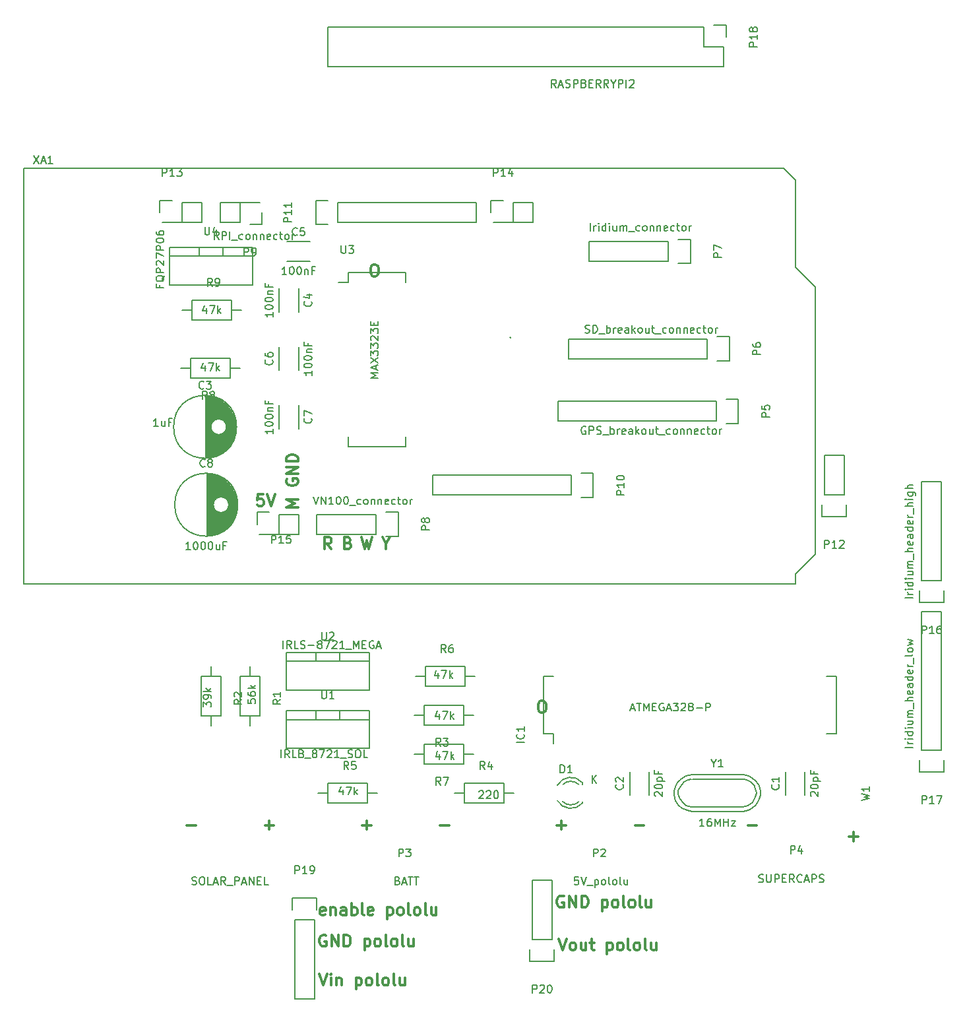
<source format=gto>
G04 #@! TF.FileFunction,Legend,Top*
%FSLAX46Y46*%
G04 Gerber Fmt 4.6, Leading zero omitted, Abs format (unit mm)*
G04 Created by KiCad (PCBNEW 4.0.2+dfsg1-stable) date fr. 25. okt. 2019 kl. 08.56 +0200*
%MOMM*%
G01*
G04 APERTURE LIST*
%ADD10C,0.100000*%
%ADD11C,0.300000*%
%ADD12C,0.150000*%
G04 APERTURE END LIST*
D10*
D11*
X254428572Y-137607143D02*
X255571429Y-137607143D01*
X255000000Y-138178571D02*
X255000000Y-137035714D01*
X241428572Y-136107143D02*
X242571429Y-136107143D01*
X226928572Y-136107143D02*
X228071429Y-136107143D01*
X216928572Y-136107143D02*
X218071429Y-136107143D01*
X217500000Y-136678571D02*
X217500000Y-135535714D01*
X201928572Y-136107143D02*
X203071429Y-136107143D01*
X191928572Y-136107143D02*
X193071429Y-136107143D01*
X192500000Y-136678571D02*
X192500000Y-135535714D01*
X179428572Y-136107143D02*
X180571429Y-136107143D01*
X180000000Y-136678571D02*
X180000000Y-135535714D01*
X169428572Y-136107143D02*
X170571429Y-136107143D01*
X214857143Y-120178571D02*
X215142857Y-120178571D01*
X215285715Y-120250000D01*
X215428572Y-120392857D01*
X215500000Y-120678571D01*
X215500000Y-121178571D01*
X215428572Y-121464286D01*
X215285715Y-121607143D01*
X215142857Y-121678571D01*
X214857143Y-121678571D01*
X214714286Y-121607143D01*
X214571429Y-121464286D01*
X214500000Y-121178571D01*
X214500000Y-120678571D01*
X214571429Y-120392857D01*
X214714286Y-120250000D01*
X214857143Y-120178571D01*
X193357143Y-64178571D02*
X193642857Y-64178571D01*
X193785715Y-64250000D01*
X193928572Y-64392857D01*
X194000000Y-64678571D01*
X194000000Y-65178571D01*
X193928572Y-65464286D01*
X193785715Y-65607143D01*
X193642857Y-65678571D01*
X193357143Y-65678571D01*
X193214286Y-65607143D01*
X193071429Y-65464286D01*
X193000000Y-65178571D01*
X193000000Y-64678571D01*
X193071429Y-64392857D01*
X193214286Y-64250000D01*
X193357143Y-64178571D01*
X195000000Y-99964286D02*
X195000000Y-100678571D01*
X194500000Y-99178571D02*
X195000000Y-99964286D01*
X195500000Y-99178571D01*
X191857143Y-99178571D02*
X192214286Y-100678571D01*
X192500000Y-99607143D01*
X192785714Y-100678571D01*
X193142857Y-99178571D01*
X190107143Y-99892857D02*
X190321429Y-99964286D01*
X190392857Y-100035714D01*
X190464286Y-100178571D01*
X190464286Y-100392857D01*
X190392857Y-100535714D01*
X190321429Y-100607143D01*
X190178571Y-100678571D01*
X189607143Y-100678571D01*
X189607143Y-99178571D01*
X190107143Y-99178571D01*
X190250000Y-99250000D01*
X190321429Y-99321429D01*
X190392857Y-99464286D01*
X190392857Y-99607143D01*
X190321429Y-99750000D01*
X190250000Y-99821429D01*
X190107143Y-99892857D01*
X189607143Y-99892857D01*
X187964286Y-100678571D02*
X187464286Y-99964286D01*
X187107143Y-100678571D02*
X187107143Y-99178571D01*
X187678571Y-99178571D01*
X187821429Y-99250000D01*
X187892857Y-99321429D01*
X187964286Y-99464286D01*
X187964286Y-99678571D01*
X187892857Y-99821429D01*
X187821429Y-99892857D01*
X187678571Y-99964286D01*
X187107143Y-99964286D01*
X183678571Y-95357143D02*
X182178571Y-95357143D01*
X183250000Y-94857143D01*
X182178571Y-94357143D01*
X183678571Y-94357143D01*
X182250000Y-91714286D02*
X182178571Y-91857143D01*
X182178571Y-92071429D01*
X182250000Y-92285714D01*
X182392857Y-92428572D01*
X182535714Y-92500000D01*
X182821429Y-92571429D01*
X183035714Y-92571429D01*
X183321429Y-92500000D01*
X183464286Y-92428572D01*
X183607143Y-92285714D01*
X183678571Y-92071429D01*
X183678571Y-91928572D01*
X183607143Y-91714286D01*
X183535714Y-91642857D01*
X183035714Y-91642857D01*
X183035714Y-91928572D01*
X183678571Y-91000000D02*
X182178571Y-91000000D01*
X183678571Y-90142857D01*
X182178571Y-90142857D01*
X183678571Y-89428571D02*
X182178571Y-89428571D01*
X182178571Y-89071428D01*
X182250000Y-88857143D01*
X182392857Y-88714285D01*
X182535714Y-88642857D01*
X182821429Y-88571428D01*
X183035714Y-88571428D01*
X183321429Y-88642857D01*
X183464286Y-88714285D01*
X183607143Y-88857143D01*
X183678571Y-89071428D01*
X183678571Y-89428571D01*
X179214287Y-93678571D02*
X178500001Y-93678571D01*
X178428572Y-94392857D01*
X178500001Y-94321429D01*
X178642858Y-94250000D01*
X179000001Y-94250000D01*
X179142858Y-94321429D01*
X179214287Y-94392857D01*
X179285715Y-94535714D01*
X179285715Y-94892857D01*
X179214287Y-95035714D01*
X179142858Y-95107143D01*
X179000001Y-95178571D01*
X178642858Y-95178571D01*
X178500001Y-95107143D01*
X178428572Y-95035714D01*
X179714286Y-93678571D02*
X180214286Y-95178571D01*
X180714286Y-93678571D01*
X217785714Y-145250000D02*
X217642857Y-145178571D01*
X217428571Y-145178571D01*
X217214286Y-145250000D01*
X217071428Y-145392857D01*
X217000000Y-145535714D01*
X216928571Y-145821429D01*
X216928571Y-146035714D01*
X217000000Y-146321429D01*
X217071428Y-146464286D01*
X217214286Y-146607143D01*
X217428571Y-146678571D01*
X217571428Y-146678571D01*
X217785714Y-146607143D01*
X217857143Y-146535714D01*
X217857143Y-146035714D01*
X217571428Y-146035714D01*
X218500000Y-146678571D02*
X218500000Y-145178571D01*
X219357143Y-146678571D01*
X219357143Y-145178571D01*
X220071429Y-146678571D02*
X220071429Y-145178571D01*
X220428572Y-145178571D01*
X220642857Y-145250000D01*
X220785715Y-145392857D01*
X220857143Y-145535714D01*
X220928572Y-145821429D01*
X220928572Y-146035714D01*
X220857143Y-146321429D01*
X220785715Y-146464286D01*
X220642857Y-146607143D01*
X220428572Y-146678571D01*
X220071429Y-146678571D01*
X222714286Y-145678571D02*
X222714286Y-147178571D01*
X222714286Y-145750000D02*
X222857143Y-145678571D01*
X223142857Y-145678571D01*
X223285714Y-145750000D01*
X223357143Y-145821429D01*
X223428572Y-145964286D01*
X223428572Y-146392857D01*
X223357143Y-146535714D01*
X223285714Y-146607143D01*
X223142857Y-146678571D01*
X222857143Y-146678571D01*
X222714286Y-146607143D01*
X224285715Y-146678571D02*
X224142857Y-146607143D01*
X224071429Y-146535714D01*
X224000000Y-146392857D01*
X224000000Y-145964286D01*
X224071429Y-145821429D01*
X224142857Y-145750000D01*
X224285715Y-145678571D01*
X224500000Y-145678571D01*
X224642857Y-145750000D01*
X224714286Y-145821429D01*
X224785715Y-145964286D01*
X224785715Y-146392857D01*
X224714286Y-146535714D01*
X224642857Y-146607143D01*
X224500000Y-146678571D01*
X224285715Y-146678571D01*
X225642858Y-146678571D02*
X225500000Y-146607143D01*
X225428572Y-146464286D01*
X225428572Y-145178571D01*
X226428572Y-146678571D02*
X226285714Y-146607143D01*
X226214286Y-146535714D01*
X226142857Y-146392857D01*
X226142857Y-145964286D01*
X226214286Y-145821429D01*
X226285714Y-145750000D01*
X226428572Y-145678571D01*
X226642857Y-145678571D01*
X226785714Y-145750000D01*
X226857143Y-145821429D01*
X226928572Y-145964286D01*
X226928572Y-146392857D01*
X226857143Y-146535714D01*
X226785714Y-146607143D01*
X226642857Y-146678571D01*
X226428572Y-146678571D01*
X227785715Y-146678571D02*
X227642857Y-146607143D01*
X227571429Y-146464286D01*
X227571429Y-145178571D01*
X229000000Y-145678571D02*
X229000000Y-146678571D01*
X228357143Y-145678571D02*
X228357143Y-146464286D01*
X228428571Y-146607143D01*
X228571429Y-146678571D01*
X228785714Y-146678571D01*
X228928571Y-146607143D01*
X229000000Y-146535714D01*
X217142857Y-150678571D02*
X217642857Y-152178571D01*
X218142857Y-150678571D01*
X218857143Y-152178571D02*
X218714285Y-152107143D01*
X218642857Y-152035714D01*
X218571428Y-151892857D01*
X218571428Y-151464286D01*
X218642857Y-151321429D01*
X218714285Y-151250000D01*
X218857143Y-151178571D01*
X219071428Y-151178571D01*
X219214285Y-151250000D01*
X219285714Y-151321429D01*
X219357143Y-151464286D01*
X219357143Y-151892857D01*
X219285714Y-152035714D01*
X219214285Y-152107143D01*
X219071428Y-152178571D01*
X218857143Y-152178571D01*
X220642857Y-151178571D02*
X220642857Y-152178571D01*
X220000000Y-151178571D02*
X220000000Y-151964286D01*
X220071428Y-152107143D01*
X220214286Y-152178571D01*
X220428571Y-152178571D01*
X220571428Y-152107143D01*
X220642857Y-152035714D01*
X221142857Y-151178571D02*
X221714286Y-151178571D01*
X221357143Y-150678571D02*
X221357143Y-151964286D01*
X221428571Y-152107143D01*
X221571429Y-152178571D01*
X221714286Y-152178571D01*
X223357143Y-151178571D02*
X223357143Y-152678571D01*
X223357143Y-151250000D02*
X223500000Y-151178571D01*
X223785714Y-151178571D01*
X223928571Y-151250000D01*
X224000000Y-151321429D01*
X224071429Y-151464286D01*
X224071429Y-151892857D01*
X224000000Y-152035714D01*
X223928571Y-152107143D01*
X223785714Y-152178571D01*
X223500000Y-152178571D01*
X223357143Y-152107143D01*
X224928572Y-152178571D02*
X224785714Y-152107143D01*
X224714286Y-152035714D01*
X224642857Y-151892857D01*
X224642857Y-151464286D01*
X224714286Y-151321429D01*
X224785714Y-151250000D01*
X224928572Y-151178571D01*
X225142857Y-151178571D01*
X225285714Y-151250000D01*
X225357143Y-151321429D01*
X225428572Y-151464286D01*
X225428572Y-151892857D01*
X225357143Y-152035714D01*
X225285714Y-152107143D01*
X225142857Y-152178571D01*
X224928572Y-152178571D01*
X226285715Y-152178571D02*
X226142857Y-152107143D01*
X226071429Y-151964286D01*
X226071429Y-150678571D01*
X227071429Y-152178571D02*
X226928571Y-152107143D01*
X226857143Y-152035714D01*
X226785714Y-151892857D01*
X226785714Y-151464286D01*
X226857143Y-151321429D01*
X226928571Y-151250000D01*
X227071429Y-151178571D01*
X227285714Y-151178571D01*
X227428571Y-151250000D01*
X227500000Y-151321429D01*
X227571429Y-151464286D01*
X227571429Y-151892857D01*
X227500000Y-152035714D01*
X227428571Y-152107143D01*
X227285714Y-152178571D01*
X227071429Y-152178571D01*
X228428572Y-152178571D02*
X228285714Y-152107143D01*
X228214286Y-151964286D01*
X228214286Y-150678571D01*
X229642857Y-151178571D02*
X229642857Y-152178571D01*
X229000000Y-151178571D02*
X229000000Y-151964286D01*
X229071428Y-152107143D01*
X229214286Y-152178571D01*
X229428571Y-152178571D01*
X229571428Y-152107143D01*
X229642857Y-152035714D01*
X187142857Y-147607143D02*
X187000000Y-147678571D01*
X186714286Y-147678571D01*
X186571429Y-147607143D01*
X186500000Y-147464286D01*
X186500000Y-146892857D01*
X186571429Y-146750000D01*
X186714286Y-146678571D01*
X187000000Y-146678571D01*
X187142857Y-146750000D01*
X187214286Y-146892857D01*
X187214286Y-147035714D01*
X186500000Y-147178571D01*
X187857143Y-146678571D02*
X187857143Y-147678571D01*
X187857143Y-146821429D02*
X187928571Y-146750000D01*
X188071429Y-146678571D01*
X188285714Y-146678571D01*
X188428571Y-146750000D01*
X188500000Y-146892857D01*
X188500000Y-147678571D01*
X189857143Y-147678571D02*
X189857143Y-146892857D01*
X189785714Y-146750000D01*
X189642857Y-146678571D01*
X189357143Y-146678571D01*
X189214286Y-146750000D01*
X189857143Y-147607143D02*
X189714286Y-147678571D01*
X189357143Y-147678571D01*
X189214286Y-147607143D01*
X189142857Y-147464286D01*
X189142857Y-147321429D01*
X189214286Y-147178571D01*
X189357143Y-147107143D01*
X189714286Y-147107143D01*
X189857143Y-147035714D01*
X190571429Y-147678571D02*
X190571429Y-146178571D01*
X190571429Y-146750000D02*
X190714286Y-146678571D01*
X191000000Y-146678571D01*
X191142857Y-146750000D01*
X191214286Y-146821429D01*
X191285715Y-146964286D01*
X191285715Y-147392857D01*
X191214286Y-147535714D01*
X191142857Y-147607143D01*
X191000000Y-147678571D01*
X190714286Y-147678571D01*
X190571429Y-147607143D01*
X192142858Y-147678571D02*
X192000000Y-147607143D01*
X191928572Y-147464286D01*
X191928572Y-146178571D01*
X193285714Y-147607143D02*
X193142857Y-147678571D01*
X192857143Y-147678571D01*
X192714286Y-147607143D01*
X192642857Y-147464286D01*
X192642857Y-146892857D01*
X192714286Y-146750000D01*
X192857143Y-146678571D01*
X193142857Y-146678571D01*
X193285714Y-146750000D01*
X193357143Y-146892857D01*
X193357143Y-147035714D01*
X192642857Y-147178571D01*
X195142857Y-146678571D02*
X195142857Y-148178571D01*
X195142857Y-146750000D02*
X195285714Y-146678571D01*
X195571428Y-146678571D01*
X195714285Y-146750000D01*
X195785714Y-146821429D01*
X195857143Y-146964286D01*
X195857143Y-147392857D01*
X195785714Y-147535714D01*
X195714285Y-147607143D01*
X195571428Y-147678571D01*
X195285714Y-147678571D01*
X195142857Y-147607143D01*
X196714286Y-147678571D02*
X196571428Y-147607143D01*
X196500000Y-147535714D01*
X196428571Y-147392857D01*
X196428571Y-146964286D01*
X196500000Y-146821429D01*
X196571428Y-146750000D01*
X196714286Y-146678571D01*
X196928571Y-146678571D01*
X197071428Y-146750000D01*
X197142857Y-146821429D01*
X197214286Y-146964286D01*
X197214286Y-147392857D01*
X197142857Y-147535714D01*
X197071428Y-147607143D01*
X196928571Y-147678571D01*
X196714286Y-147678571D01*
X198071429Y-147678571D02*
X197928571Y-147607143D01*
X197857143Y-147464286D01*
X197857143Y-146178571D01*
X198857143Y-147678571D02*
X198714285Y-147607143D01*
X198642857Y-147535714D01*
X198571428Y-147392857D01*
X198571428Y-146964286D01*
X198642857Y-146821429D01*
X198714285Y-146750000D01*
X198857143Y-146678571D01*
X199071428Y-146678571D01*
X199214285Y-146750000D01*
X199285714Y-146821429D01*
X199357143Y-146964286D01*
X199357143Y-147392857D01*
X199285714Y-147535714D01*
X199214285Y-147607143D01*
X199071428Y-147678571D01*
X198857143Y-147678571D01*
X200214286Y-147678571D02*
X200071428Y-147607143D01*
X200000000Y-147464286D01*
X200000000Y-146178571D01*
X201428571Y-146678571D02*
X201428571Y-147678571D01*
X200785714Y-146678571D02*
X200785714Y-147464286D01*
X200857142Y-147607143D01*
X201000000Y-147678571D01*
X201214285Y-147678571D01*
X201357142Y-147607143D01*
X201428571Y-147535714D01*
X187285714Y-150250000D02*
X187142857Y-150178571D01*
X186928571Y-150178571D01*
X186714286Y-150250000D01*
X186571428Y-150392857D01*
X186500000Y-150535714D01*
X186428571Y-150821429D01*
X186428571Y-151035714D01*
X186500000Y-151321429D01*
X186571428Y-151464286D01*
X186714286Y-151607143D01*
X186928571Y-151678571D01*
X187071428Y-151678571D01*
X187285714Y-151607143D01*
X187357143Y-151535714D01*
X187357143Y-151035714D01*
X187071428Y-151035714D01*
X188000000Y-151678571D02*
X188000000Y-150178571D01*
X188857143Y-151678571D01*
X188857143Y-150178571D01*
X189571429Y-151678571D02*
X189571429Y-150178571D01*
X189928572Y-150178571D01*
X190142857Y-150250000D01*
X190285715Y-150392857D01*
X190357143Y-150535714D01*
X190428572Y-150821429D01*
X190428572Y-151035714D01*
X190357143Y-151321429D01*
X190285715Y-151464286D01*
X190142857Y-151607143D01*
X189928572Y-151678571D01*
X189571429Y-151678571D01*
X192214286Y-150678571D02*
X192214286Y-152178571D01*
X192214286Y-150750000D02*
X192357143Y-150678571D01*
X192642857Y-150678571D01*
X192785714Y-150750000D01*
X192857143Y-150821429D01*
X192928572Y-150964286D01*
X192928572Y-151392857D01*
X192857143Y-151535714D01*
X192785714Y-151607143D01*
X192642857Y-151678571D01*
X192357143Y-151678571D01*
X192214286Y-151607143D01*
X193785715Y-151678571D02*
X193642857Y-151607143D01*
X193571429Y-151535714D01*
X193500000Y-151392857D01*
X193500000Y-150964286D01*
X193571429Y-150821429D01*
X193642857Y-150750000D01*
X193785715Y-150678571D01*
X194000000Y-150678571D01*
X194142857Y-150750000D01*
X194214286Y-150821429D01*
X194285715Y-150964286D01*
X194285715Y-151392857D01*
X194214286Y-151535714D01*
X194142857Y-151607143D01*
X194000000Y-151678571D01*
X193785715Y-151678571D01*
X195142858Y-151678571D02*
X195000000Y-151607143D01*
X194928572Y-151464286D01*
X194928572Y-150178571D01*
X195928572Y-151678571D02*
X195785714Y-151607143D01*
X195714286Y-151535714D01*
X195642857Y-151392857D01*
X195642857Y-150964286D01*
X195714286Y-150821429D01*
X195785714Y-150750000D01*
X195928572Y-150678571D01*
X196142857Y-150678571D01*
X196285714Y-150750000D01*
X196357143Y-150821429D01*
X196428572Y-150964286D01*
X196428572Y-151392857D01*
X196357143Y-151535714D01*
X196285714Y-151607143D01*
X196142857Y-151678571D01*
X195928572Y-151678571D01*
X197285715Y-151678571D02*
X197142857Y-151607143D01*
X197071429Y-151464286D01*
X197071429Y-150178571D01*
X198500000Y-150678571D02*
X198500000Y-151678571D01*
X197857143Y-150678571D02*
X197857143Y-151464286D01*
X197928571Y-151607143D01*
X198071429Y-151678571D01*
X198285714Y-151678571D01*
X198428571Y-151607143D01*
X198500000Y-151535714D01*
X186392857Y-155178571D02*
X186892857Y-156678571D01*
X187392857Y-155178571D01*
X187892857Y-156678571D02*
X187892857Y-155678571D01*
X187892857Y-155178571D02*
X187821428Y-155250000D01*
X187892857Y-155321429D01*
X187964285Y-155250000D01*
X187892857Y-155178571D01*
X187892857Y-155321429D01*
X188607143Y-155678571D02*
X188607143Y-156678571D01*
X188607143Y-155821429D02*
X188678571Y-155750000D01*
X188821429Y-155678571D01*
X189035714Y-155678571D01*
X189178571Y-155750000D01*
X189250000Y-155892857D01*
X189250000Y-156678571D01*
X191107143Y-155678571D02*
X191107143Y-157178571D01*
X191107143Y-155750000D02*
X191250000Y-155678571D01*
X191535714Y-155678571D01*
X191678571Y-155750000D01*
X191750000Y-155821429D01*
X191821429Y-155964286D01*
X191821429Y-156392857D01*
X191750000Y-156535714D01*
X191678571Y-156607143D01*
X191535714Y-156678571D01*
X191250000Y-156678571D01*
X191107143Y-156607143D01*
X192678572Y-156678571D02*
X192535714Y-156607143D01*
X192464286Y-156535714D01*
X192392857Y-156392857D01*
X192392857Y-155964286D01*
X192464286Y-155821429D01*
X192535714Y-155750000D01*
X192678572Y-155678571D01*
X192892857Y-155678571D01*
X193035714Y-155750000D01*
X193107143Y-155821429D01*
X193178572Y-155964286D01*
X193178572Y-156392857D01*
X193107143Y-156535714D01*
X193035714Y-156607143D01*
X192892857Y-156678571D01*
X192678572Y-156678571D01*
X194035715Y-156678571D02*
X193892857Y-156607143D01*
X193821429Y-156464286D01*
X193821429Y-155178571D01*
X194821429Y-156678571D02*
X194678571Y-156607143D01*
X194607143Y-156535714D01*
X194535714Y-156392857D01*
X194535714Y-155964286D01*
X194607143Y-155821429D01*
X194678571Y-155750000D01*
X194821429Y-155678571D01*
X195035714Y-155678571D01*
X195178571Y-155750000D01*
X195250000Y-155821429D01*
X195321429Y-155964286D01*
X195321429Y-156392857D01*
X195250000Y-156535714D01*
X195178571Y-156607143D01*
X195035714Y-156678571D01*
X194821429Y-156678571D01*
X196178572Y-156678571D02*
X196035714Y-156607143D01*
X195964286Y-156464286D01*
X195964286Y-155178571D01*
X197392857Y-155678571D02*
X197392857Y-156678571D01*
X196750000Y-155678571D02*
X196750000Y-156464286D01*
X196821428Y-156607143D01*
X196964286Y-156678571D01*
X197178571Y-156678571D01*
X197321428Y-156607143D01*
X197392857Y-156535714D01*
D12*
X148460000Y-51780000D02*
X148460000Y-105120000D01*
X247520000Y-64480000D02*
X247520000Y-53304000D01*
X250060000Y-67020000D02*
X247520000Y-64480000D01*
X250060000Y-101310000D02*
X250060000Y-67020000D01*
X247520000Y-103850000D02*
X250060000Y-101310000D01*
X247520000Y-105120000D02*
X247520000Y-103850000D01*
X245996000Y-51780000D02*
X247520000Y-53304000D01*
X148460000Y-105120000D02*
X247520000Y-105120000D01*
X148460000Y-51780000D02*
X245996000Y-51780000D01*
X246250000Y-132250000D02*
X246250000Y-129250000D01*
X248750000Y-129250000D02*
X248750000Y-132250000D01*
X226250000Y-132250000D02*
X226250000Y-129250000D01*
X228750000Y-129250000D02*
X228750000Y-132250000D01*
X171825000Y-81001000D02*
X171825000Y-88999000D01*
X171965000Y-81006000D02*
X171965000Y-88994000D01*
X172105000Y-81016000D02*
X172105000Y-88984000D01*
X172245000Y-81031000D02*
X172245000Y-88969000D01*
X172385000Y-81051000D02*
X172385000Y-88949000D01*
X172525000Y-81076000D02*
X172525000Y-84778000D01*
X172525000Y-85222000D02*
X172525000Y-88924000D01*
X172665000Y-81106000D02*
X172665000Y-84450000D01*
X172665000Y-85550000D02*
X172665000Y-88894000D01*
X172805000Y-81142000D02*
X172805000Y-84281000D01*
X172805000Y-85719000D02*
X172805000Y-88858000D01*
X172945000Y-81183000D02*
X172945000Y-84168000D01*
X172945000Y-85832000D02*
X172945000Y-88817000D01*
X173085000Y-81229000D02*
X173085000Y-84090000D01*
X173085000Y-85910000D02*
X173085000Y-88771000D01*
X173225000Y-81282000D02*
X173225000Y-84039000D01*
X173225000Y-85961000D02*
X173225000Y-88718000D01*
X173365000Y-81341000D02*
X173365000Y-84009000D01*
X173365000Y-85991000D02*
X173365000Y-88659000D01*
X173505000Y-81406000D02*
X173505000Y-84000000D01*
X173505000Y-86000000D02*
X173505000Y-88594000D01*
X173645000Y-81477000D02*
X173645000Y-84011000D01*
X173645000Y-85989000D02*
X173645000Y-88523000D01*
X173785000Y-81556000D02*
X173785000Y-84041000D01*
X173785000Y-85959000D02*
X173785000Y-88444000D01*
X173925000Y-81643000D02*
X173925000Y-84095000D01*
X173925000Y-85905000D02*
X173925000Y-88357000D01*
X174065000Y-81738000D02*
X174065000Y-84175000D01*
X174065000Y-85825000D02*
X174065000Y-88262000D01*
X174205000Y-81842000D02*
X174205000Y-84291000D01*
X174205000Y-85709000D02*
X174205000Y-88158000D01*
X174345000Y-81956000D02*
X174345000Y-84465000D01*
X174345000Y-85535000D02*
X174345000Y-88044000D01*
X174485000Y-82081000D02*
X174485000Y-84827000D01*
X174485000Y-85173000D02*
X174485000Y-87919000D01*
X174625000Y-82219000D02*
X174625000Y-87781000D01*
X174765000Y-82371000D02*
X174765000Y-87629000D01*
X174905000Y-82541000D02*
X174905000Y-87459000D01*
X175045000Y-82732000D02*
X175045000Y-87268000D01*
X175185000Y-82950000D02*
X175185000Y-87050000D01*
X175325000Y-83206000D02*
X175325000Y-86794000D01*
X175465000Y-83517000D02*
X175465000Y-86483000D01*
X175605000Y-83933000D02*
X175605000Y-86067000D01*
X175745000Y-84800000D02*
X175745000Y-85200000D01*
X174500000Y-85000000D02*
G75*
G03X174500000Y-85000000I-1000000J0D01*
G01*
X175787500Y-85000000D02*
G75*
G03X175787500Y-85000000I-4037500J0D01*
G01*
X183750000Y-67250000D02*
X183750000Y-70250000D01*
X181250000Y-70250000D02*
X181250000Y-67250000D01*
X182250000Y-61250000D02*
X185250000Y-61250000D01*
X185250000Y-63750000D02*
X182250000Y-63750000D01*
X181250000Y-77750000D02*
X181250000Y-74750000D01*
X183750000Y-74750000D02*
X183750000Y-77750000D01*
X183750000Y-82250000D02*
X183750000Y-85250000D01*
X181250000Y-85250000D02*
X181250000Y-82250000D01*
X171975000Y-91001000D02*
X171975000Y-98999000D01*
X172115000Y-91006000D02*
X172115000Y-98994000D01*
X172255000Y-91016000D02*
X172255000Y-98984000D01*
X172395000Y-91031000D02*
X172395000Y-98969000D01*
X172535000Y-91051000D02*
X172535000Y-98949000D01*
X172675000Y-91076000D02*
X172675000Y-98924000D01*
X172815000Y-91106000D02*
X172815000Y-94827000D01*
X172815000Y-95173000D02*
X172815000Y-98894000D01*
X172955000Y-91142000D02*
X172955000Y-94465000D01*
X172955000Y-95535000D02*
X172955000Y-98858000D01*
X173095000Y-91183000D02*
X173095000Y-94291000D01*
X173095000Y-95709000D02*
X173095000Y-98817000D01*
X173235000Y-91229000D02*
X173235000Y-94175000D01*
X173235000Y-95825000D02*
X173235000Y-98771000D01*
X173375000Y-91282000D02*
X173375000Y-94095000D01*
X173375000Y-95905000D02*
X173375000Y-98718000D01*
X173515000Y-91341000D02*
X173515000Y-94041000D01*
X173515000Y-95959000D02*
X173515000Y-98659000D01*
X173655000Y-91406000D02*
X173655000Y-94011000D01*
X173655000Y-95989000D02*
X173655000Y-98594000D01*
X173795000Y-91477000D02*
X173795000Y-94000000D01*
X173795000Y-96000000D02*
X173795000Y-98523000D01*
X173935000Y-91556000D02*
X173935000Y-94009000D01*
X173935000Y-95991000D02*
X173935000Y-98444000D01*
X174075000Y-91643000D02*
X174075000Y-94039000D01*
X174075000Y-95961000D02*
X174075000Y-98357000D01*
X174215000Y-91738000D02*
X174215000Y-94090000D01*
X174215000Y-95910000D02*
X174215000Y-98262000D01*
X174355000Y-91842000D02*
X174355000Y-94168000D01*
X174355000Y-95832000D02*
X174355000Y-98158000D01*
X174495000Y-91956000D02*
X174495000Y-94281000D01*
X174495000Y-95719000D02*
X174495000Y-98044000D01*
X174635000Y-92081000D02*
X174635000Y-94450000D01*
X174635000Y-95550000D02*
X174635000Y-97919000D01*
X174775000Y-92219000D02*
X174775000Y-94778000D01*
X174775000Y-95222000D02*
X174775000Y-97781000D01*
X174915000Y-92371000D02*
X174915000Y-97629000D01*
X175055000Y-92541000D02*
X175055000Y-97459000D01*
X175195000Y-92732000D02*
X175195000Y-97268000D01*
X175335000Y-92950000D02*
X175335000Y-97050000D01*
X175475000Y-93206000D02*
X175475000Y-96794000D01*
X175615000Y-93517000D02*
X175615000Y-96483000D01*
X175755000Y-93933000D02*
X175755000Y-96067000D01*
X175895000Y-94800000D02*
X175895000Y-95200000D01*
X174800000Y-95000000D02*
G75*
G03X174800000Y-95000000I-1000000J0D01*
G01*
X175937500Y-95000000D02*
G75*
G03X175937500Y-95000000I-4037500J0D01*
G01*
X220199000Y-130686000D02*
X220199000Y-130886000D01*
X220199000Y-133280000D02*
X220199000Y-133100000D01*
X216971256Y-132969643D02*
G75*
G03X220199000Y-133286000I1727744J1003643D01*
G01*
X217646994Y-133099068D02*
G75*
G03X219750000Y-133100000I1052006J1133068D01*
G01*
X220186220Y-130659274D02*
G75*
G03X216949000Y-131006000I-1497220J-1306726D01*
G01*
X219712889Y-130886747D02*
G75*
G03X217665000Y-130906000I-1013889J-1079253D01*
G01*
X215205000Y-124365000D02*
X216475000Y-124365000D01*
X215205000Y-117015000D02*
X216475000Y-117015000D01*
X252815000Y-117015000D02*
X251545000Y-117015000D01*
X252815000Y-124365000D02*
X251545000Y-124365000D01*
X215205000Y-124365000D02*
X215205000Y-117015000D01*
X252815000Y-124365000D02*
X252815000Y-117015000D01*
X216475000Y-124365000D02*
X216475000Y-125650000D01*
X237390000Y-84270000D02*
X217070000Y-84270000D01*
X217070000Y-84270000D02*
X217070000Y-81730000D01*
X217070000Y-81730000D02*
X237390000Y-81730000D01*
X240210000Y-84550000D02*
X238660000Y-84550000D01*
X237390000Y-84270000D02*
X237390000Y-81730000D01*
X238660000Y-81450000D02*
X240210000Y-81450000D01*
X240210000Y-81450000D02*
X240210000Y-84550000D01*
X236230000Y-76270000D02*
X218450000Y-76270000D01*
X218450000Y-76270000D02*
X218450000Y-73730000D01*
X218450000Y-73730000D02*
X236230000Y-73730000D01*
X239050000Y-76550000D02*
X237500000Y-76550000D01*
X236230000Y-76270000D02*
X236230000Y-73730000D01*
X237500000Y-73450000D02*
X239050000Y-73450000D01*
X239050000Y-73450000D02*
X239050000Y-76550000D01*
X232500000Y-60950000D02*
X234050000Y-60950000D01*
X234050000Y-60950000D02*
X234050000Y-64050000D01*
X234050000Y-64050000D02*
X232500000Y-64050000D01*
X231230000Y-63770000D02*
X221070000Y-63770000D01*
X221070000Y-63770000D02*
X221070000Y-61230000D01*
X221070000Y-61230000D02*
X231230000Y-61230000D01*
X231230000Y-63770000D02*
X231230000Y-61230000D01*
X193730000Y-96230000D02*
X186110000Y-96230000D01*
X193730000Y-98770000D02*
X186110000Y-98770000D01*
X196550000Y-99050000D02*
X195000000Y-99050000D01*
X186110000Y-96230000D02*
X186110000Y-98770000D01*
X193730000Y-98770000D02*
X193730000Y-96230000D01*
X195000000Y-95950000D02*
X196550000Y-95950000D01*
X196550000Y-95950000D02*
X196550000Y-99050000D01*
X179050000Y-57500000D02*
X179050000Y-59050000D01*
X177500000Y-59050000D02*
X179050000Y-59050000D01*
X178770000Y-56230000D02*
X176230000Y-56230000D01*
X173690000Y-58770000D02*
X176230000Y-58770000D01*
X176230000Y-58770000D02*
X176230000Y-56230000D01*
X176230000Y-56230000D02*
X173690000Y-56230000D01*
X173690000Y-56230000D02*
X173690000Y-58770000D01*
X218730000Y-93770000D02*
X200950000Y-93770000D01*
X200950000Y-93770000D02*
X200950000Y-91230000D01*
X200950000Y-91230000D02*
X218730000Y-91230000D01*
X221550000Y-94050000D02*
X220000000Y-94050000D01*
X218730000Y-93770000D02*
X218730000Y-91230000D01*
X220000000Y-90950000D02*
X221550000Y-90950000D01*
X221550000Y-90950000D02*
X221550000Y-94050000D01*
X188770000Y-56230000D02*
X206550000Y-56230000D01*
X206550000Y-56230000D02*
X206550000Y-58770000D01*
X206550000Y-58770000D02*
X188770000Y-58770000D01*
X185950000Y-55950000D02*
X187500000Y-55950000D01*
X188770000Y-56230000D02*
X188770000Y-58770000D01*
X187500000Y-59050000D02*
X185950000Y-59050000D01*
X185950000Y-59050000D02*
X185950000Y-55950000D01*
X253770000Y-93730000D02*
X253770000Y-88650000D01*
X253770000Y-88650000D02*
X251230000Y-88650000D01*
X251230000Y-88650000D02*
X251230000Y-93730000D01*
X250950000Y-96550000D02*
X250950000Y-95000000D01*
X251230000Y-93730000D02*
X253770000Y-93730000D01*
X254050000Y-95000000D02*
X254050000Y-96550000D01*
X254050000Y-96550000D02*
X250950000Y-96550000D01*
X165950000Y-57500000D02*
X165950000Y-55950000D01*
X167500000Y-55950000D02*
X165950000Y-55950000D01*
X166230000Y-58770000D02*
X168770000Y-58770000D01*
X171310000Y-56230000D02*
X168770000Y-56230000D01*
X168770000Y-56230000D02*
X168770000Y-58770000D01*
X168770000Y-58770000D02*
X171310000Y-58770000D01*
X171310000Y-58770000D02*
X171310000Y-56230000D01*
X208450000Y-57500000D02*
X208450000Y-55950000D01*
X210000000Y-55950000D02*
X208450000Y-55950000D01*
X208730000Y-58770000D02*
X211270000Y-58770000D01*
X213810000Y-56230000D02*
X211270000Y-56230000D01*
X211270000Y-56230000D02*
X211270000Y-58770000D01*
X211270000Y-58770000D02*
X213810000Y-58770000D01*
X213810000Y-58770000D02*
X213810000Y-56230000D01*
X178450000Y-97500000D02*
X178450000Y-95950000D01*
X180000000Y-95950000D02*
X178450000Y-95950000D01*
X178730000Y-98770000D02*
X181270000Y-98770000D01*
X183810000Y-96230000D02*
X181270000Y-96230000D01*
X181270000Y-96230000D02*
X181270000Y-98770000D01*
X181270000Y-98770000D02*
X183810000Y-98770000D01*
X183810000Y-98770000D02*
X183810000Y-96230000D01*
X178770000Y-117040000D02*
X178770000Y-122120000D01*
X178770000Y-122120000D02*
X176230000Y-122120000D01*
X176230000Y-122120000D02*
X176230000Y-117040000D01*
X176230000Y-117040000D02*
X178770000Y-117040000D01*
X177500000Y-117040000D02*
X177500000Y-115770000D01*
X177500000Y-122120000D02*
X177500000Y-123390000D01*
X173770000Y-117040000D02*
X173770000Y-122120000D01*
X173770000Y-122120000D02*
X171230000Y-122120000D01*
X171230000Y-122120000D02*
X171230000Y-117040000D01*
X171230000Y-117040000D02*
X173770000Y-117040000D01*
X172500000Y-117040000D02*
X172500000Y-115770000D01*
X172500000Y-122120000D02*
X172500000Y-123390000D01*
X204960000Y-123270000D02*
X199880000Y-123270000D01*
X199880000Y-123270000D02*
X199880000Y-120730000D01*
X199880000Y-120730000D02*
X204960000Y-120730000D01*
X204960000Y-120730000D02*
X204960000Y-123270000D01*
X204960000Y-122000000D02*
X206230000Y-122000000D01*
X199880000Y-122000000D02*
X198610000Y-122000000D01*
X205040000Y-130730000D02*
X210120000Y-130730000D01*
X210120000Y-130730000D02*
X210120000Y-133270000D01*
X210120000Y-133270000D02*
X205040000Y-133270000D01*
X205040000Y-133270000D02*
X205040000Y-130730000D01*
X205040000Y-132000000D02*
X203770000Y-132000000D01*
X210120000Y-132000000D02*
X211390000Y-132000000D01*
X187540000Y-130730000D02*
X192620000Y-130730000D01*
X192620000Y-130730000D02*
X192620000Y-133270000D01*
X192620000Y-133270000D02*
X187540000Y-133270000D01*
X187540000Y-133270000D02*
X187540000Y-130730000D01*
X187540000Y-132000000D02*
X186270000Y-132000000D01*
X192620000Y-132000000D02*
X193890000Y-132000000D01*
X200040000Y-115730000D02*
X205120000Y-115730000D01*
X205120000Y-115730000D02*
X205120000Y-118270000D01*
X205120000Y-118270000D02*
X200040000Y-118270000D01*
X200040000Y-118270000D02*
X200040000Y-115730000D01*
X200040000Y-117000000D02*
X198770000Y-117000000D01*
X205120000Y-117000000D02*
X206390000Y-117000000D01*
X204960000Y-128270000D02*
X199880000Y-128270000D01*
X199880000Y-128270000D02*
X199880000Y-125730000D01*
X199880000Y-125730000D02*
X204960000Y-125730000D01*
X204960000Y-125730000D02*
X204960000Y-128270000D01*
X204960000Y-127000000D02*
X206230000Y-127000000D01*
X199880000Y-127000000D02*
X198610000Y-127000000D01*
X174960000Y-78770000D02*
X169880000Y-78770000D01*
X169880000Y-78770000D02*
X169880000Y-76230000D01*
X169880000Y-76230000D02*
X174960000Y-76230000D01*
X174960000Y-76230000D02*
X174960000Y-78770000D01*
X174960000Y-77500000D02*
X176230000Y-77500000D01*
X169880000Y-77500000D02*
X168610000Y-77500000D01*
X170040000Y-68730000D02*
X175120000Y-68730000D01*
X175120000Y-68730000D02*
X175120000Y-71270000D01*
X175120000Y-71270000D02*
X170040000Y-71270000D01*
X170040000Y-71270000D02*
X170040000Y-68730000D01*
X170040000Y-70000000D02*
X168770000Y-70000000D01*
X175120000Y-70000000D02*
X176390000Y-70000000D01*
X185976000Y-121452000D02*
X185976000Y-122595000D01*
X189024000Y-121452000D02*
X189024000Y-122595000D01*
X192834000Y-122595000D02*
X192834000Y-126278000D01*
X192834000Y-126278000D02*
X182166000Y-126278000D01*
X182166000Y-126278000D02*
X182166000Y-122595000D01*
X192834000Y-121452000D02*
X192834000Y-122595000D01*
X192834000Y-122595000D02*
X182166000Y-122595000D01*
X182166000Y-122595000D02*
X182166000Y-121452000D01*
X187500000Y-121452000D02*
X182166000Y-121452000D01*
X187500000Y-121452000D02*
X192834000Y-121452000D01*
X185976000Y-113952000D02*
X185976000Y-115095000D01*
X189024000Y-113952000D02*
X189024000Y-115095000D01*
X192834000Y-115095000D02*
X192834000Y-118778000D01*
X192834000Y-118778000D02*
X182166000Y-118778000D01*
X182166000Y-118778000D02*
X182166000Y-115095000D01*
X192834000Y-113952000D02*
X192834000Y-115095000D01*
X192834000Y-115095000D02*
X182166000Y-115095000D01*
X182166000Y-115095000D02*
X182166000Y-113952000D01*
X187500000Y-113952000D02*
X182166000Y-113952000D01*
X187500000Y-113952000D02*
X192834000Y-113952000D01*
X190135000Y-65205000D02*
X190135000Y-66475000D01*
X197485000Y-65205000D02*
X197485000Y-66475000D01*
X197485000Y-87575000D02*
X197485000Y-86305000D01*
X190135000Y-87575000D02*
X190135000Y-86305000D01*
X190135000Y-65205000D02*
X197485000Y-65205000D01*
X190135000Y-87575000D02*
X197485000Y-87575000D01*
X190135000Y-66475000D02*
X188850000Y-66475000D01*
X170976000Y-61952000D02*
X170976000Y-63095000D01*
X174024000Y-61952000D02*
X174024000Y-63095000D01*
X177834000Y-63095000D02*
X177834000Y-66778000D01*
X177834000Y-66778000D02*
X167166000Y-66778000D01*
X167166000Y-66778000D02*
X167166000Y-63095000D01*
X177834000Y-61952000D02*
X177834000Y-63095000D01*
X177834000Y-63095000D02*
X167166000Y-63095000D01*
X167166000Y-63095000D02*
X167166000Y-61952000D01*
X172500000Y-61952000D02*
X167166000Y-61952000D01*
X172500000Y-61952000D02*
X177834000Y-61952000D01*
X242199000Y-130999240D02*
X242399660Y-131400560D01*
X242399660Y-131400560D02*
X242501260Y-132000000D01*
X242501260Y-132000000D02*
X242399660Y-132500380D01*
X242399660Y-132500380D02*
X242000880Y-133198880D01*
X242000880Y-133198880D02*
X241398900Y-133600200D01*
X241398900Y-133600200D02*
X240799460Y-133800860D01*
X240799460Y-133800860D02*
X234200540Y-133800860D01*
X234200540Y-133800860D02*
X233499500Y-133600200D01*
X233499500Y-133600200D02*
X233100720Y-133300480D01*
X233100720Y-133300480D02*
X232699400Y-132800100D01*
X232699400Y-132800100D02*
X232498740Y-132200660D01*
X232498740Y-132200660D02*
X232498740Y-131700280D01*
X232498740Y-131700280D02*
X232699400Y-131199900D01*
X232699400Y-131199900D02*
X233199780Y-130600460D01*
X233199780Y-130600460D02*
X233700160Y-130300740D01*
X233700160Y-130300740D02*
X234200540Y-130199140D01*
X234299600Y-130199140D02*
X240901060Y-130199140D01*
X240901060Y-130199140D02*
X241299840Y-130300740D01*
X241299840Y-130300740D02*
X241800220Y-130600460D01*
X241800220Y-130600460D02*
X242300600Y-131100840D01*
X234309760Y-129670820D02*
X233850020Y-129719080D01*
X233850020Y-129719080D02*
X233451240Y-129830840D01*
X233451240Y-129830840D02*
X233019440Y-130049280D01*
X233019440Y-130049280D02*
X232729880Y-130280420D01*
X232729880Y-130280420D02*
X232399680Y-130630940D01*
X232399680Y-130630940D02*
X232110120Y-131169420D01*
X232110120Y-131169420D02*
X231980580Y-131768860D01*
X231980580Y-131768860D02*
X231980580Y-132279400D01*
X231980580Y-132279400D02*
X232150760Y-132980440D01*
X232150760Y-132980440D02*
X232549540Y-133569720D01*
X232549540Y-133569720D02*
X233009280Y-133940560D01*
X233009280Y-133940560D02*
X233430920Y-134148840D01*
X233430920Y-134148840D02*
X233880500Y-134308860D01*
X233880500Y-134308860D02*
X234319920Y-134339340D01*
X241660520Y-134120900D02*
X242038980Y-133899920D01*
X242038980Y-133899920D02*
X242359020Y-133620520D01*
X242359020Y-133620520D02*
X242610480Y-133290320D01*
X242610480Y-133290320D02*
X242910200Y-132739140D01*
X242910200Y-132739140D02*
X243019420Y-132269240D01*
X243019420Y-132269240D02*
X243039740Y-131809500D01*
X243039740Y-131809500D02*
X242950840Y-131349760D01*
X242950840Y-131349760D02*
X242760340Y-130900180D01*
X242760340Y-130900180D02*
X242399660Y-130430280D01*
X242399660Y-130430280D02*
X242049140Y-130110240D01*
X242049140Y-130110240D02*
X241660520Y-129879100D01*
X241660520Y-129879100D02*
X241231260Y-129739400D01*
X241231260Y-129739400D02*
X240789300Y-129670820D01*
X234299600Y-134329180D02*
X240751200Y-134329180D01*
X240751200Y-134329180D02*
X241170300Y-134291080D01*
X241170300Y-134291080D02*
X241660520Y-134120900D01*
X234299600Y-129670820D02*
X240751200Y-129670820D01*
X263730000Y-104730000D02*
X263730000Y-92030000D01*
X263730000Y-92030000D02*
X266270000Y-92030000D01*
X266270000Y-92030000D02*
X266270000Y-104730000D01*
X263450000Y-107550000D02*
X263450000Y-106000000D01*
X263730000Y-104730000D02*
X266270000Y-104730000D01*
X266550000Y-106000000D02*
X266550000Y-107550000D01*
X266550000Y-107550000D02*
X263450000Y-107550000D01*
X263730000Y-126510000D02*
X263730000Y-108730000D01*
X263730000Y-108730000D02*
X266270000Y-108730000D01*
X266270000Y-108730000D02*
X266270000Y-126510000D01*
X263450000Y-129330000D02*
X263450000Y-127780000D01*
X263730000Y-126510000D02*
X266270000Y-126510000D01*
X266550000Y-127780000D02*
X266550000Y-129330000D01*
X266550000Y-129330000D02*
X263450000Y-129330000D01*
X187550000Y-38810000D02*
X238350000Y-38810000D01*
X235810000Y-33730000D02*
X187550000Y-33730000D01*
X187550000Y-38810000D02*
X187550000Y-33730000D01*
X238350000Y-38810000D02*
X238350000Y-36270000D01*
X238630000Y-35000000D02*
X238630000Y-33450000D01*
X238350000Y-36270000D02*
X235810000Y-36270000D01*
X235810000Y-36270000D02*
X235810000Y-33730000D01*
X238630000Y-33450000D02*
X237080000Y-33450000D01*
X182970000Y-147000000D02*
X182970000Y-145450000D01*
X182970000Y-145450000D02*
X186070000Y-145450000D01*
X186070000Y-145450000D02*
X186070000Y-147000000D01*
X185790000Y-148270000D02*
X185790000Y-158430000D01*
X185790000Y-158430000D02*
X183250000Y-158430000D01*
X183250000Y-158430000D02*
X183250000Y-148270000D01*
X185790000Y-148270000D02*
X183250000Y-148270000D01*
X216270000Y-150810000D02*
X216270000Y-143190000D01*
X213730000Y-150810000D02*
X213730000Y-143190000D01*
X213450000Y-153630000D02*
X213450000Y-152080000D01*
X216270000Y-143190000D02*
X213730000Y-143190000D01*
X213730000Y-150810000D02*
X216270000Y-150810000D01*
X216550000Y-152080000D02*
X216550000Y-153630000D01*
X216550000Y-153630000D02*
X213450000Y-153630000D01*
X149761905Y-50216381D02*
X150428572Y-51216381D01*
X150428572Y-50216381D02*
X149761905Y-51216381D01*
X150761905Y-50930667D02*
X151238096Y-50930667D01*
X150666667Y-51216381D02*
X151000000Y-50216381D01*
X151333334Y-51216381D01*
X152190477Y-51216381D02*
X151619048Y-51216381D01*
X151904762Y-51216381D02*
X151904762Y-50216381D01*
X151809524Y-50359238D01*
X151714286Y-50454476D01*
X151619048Y-50502095D01*
X210944000Y-73473143D02*
X210991619Y-73520762D01*
X210944000Y-73568381D01*
X210896381Y-73520762D01*
X210944000Y-73473143D01*
X210944000Y-73568381D01*
X245357143Y-130916666D02*
X245404762Y-130964285D01*
X245452381Y-131107142D01*
X245452381Y-131202380D01*
X245404762Y-131345238D01*
X245309524Y-131440476D01*
X245214286Y-131488095D01*
X245023810Y-131535714D01*
X244880952Y-131535714D01*
X244690476Y-131488095D01*
X244595238Y-131440476D01*
X244500000Y-131345238D01*
X244452381Y-131202380D01*
X244452381Y-131107142D01*
X244500000Y-130964285D01*
X244547619Y-130916666D01*
X245452381Y-129964285D02*
X245452381Y-130535714D01*
X245452381Y-130250000D02*
X244452381Y-130250000D01*
X244595238Y-130345238D01*
X244690476Y-130440476D01*
X244738095Y-130535714D01*
X249547619Y-132392857D02*
X249500000Y-132345238D01*
X249452381Y-132250000D01*
X249452381Y-132011904D01*
X249500000Y-131916666D01*
X249547619Y-131869047D01*
X249642857Y-131821428D01*
X249738095Y-131821428D01*
X249880952Y-131869047D01*
X250452381Y-132440476D01*
X250452381Y-131821428D01*
X249452381Y-131202381D02*
X249452381Y-131107142D01*
X249500000Y-131011904D01*
X249547619Y-130964285D01*
X249642857Y-130916666D01*
X249833333Y-130869047D01*
X250071429Y-130869047D01*
X250261905Y-130916666D01*
X250357143Y-130964285D01*
X250404762Y-131011904D01*
X250452381Y-131107142D01*
X250452381Y-131202381D01*
X250404762Y-131297619D01*
X250357143Y-131345238D01*
X250261905Y-131392857D01*
X250071429Y-131440476D01*
X249833333Y-131440476D01*
X249642857Y-131392857D01*
X249547619Y-131345238D01*
X249500000Y-131297619D01*
X249452381Y-131202381D01*
X249785714Y-130440476D02*
X250785714Y-130440476D01*
X249833333Y-130440476D02*
X249785714Y-130345238D01*
X249785714Y-130154761D01*
X249833333Y-130059523D01*
X249880952Y-130011904D01*
X249976190Y-129964285D01*
X250261905Y-129964285D01*
X250357143Y-130011904D01*
X250404762Y-130059523D01*
X250452381Y-130154761D01*
X250452381Y-130345238D01*
X250404762Y-130440476D01*
X249928571Y-129202380D02*
X249928571Y-129535714D01*
X250452381Y-129535714D02*
X249452381Y-129535714D01*
X249452381Y-129059523D01*
X225357143Y-130916666D02*
X225404762Y-130964285D01*
X225452381Y-131107142D01*
X225452381Y-131202380D01*
X225404762Y-131345238D01*
X225309524Y-131440476D01*
X225214286Y-131488095D01*
X225023810Y-131535714D01*
X224880952Y-131535714D01*
X224690476Y-131488095D01*
X224595238Y-131440476D01*
X224500000Y-131345238D01*
X224452381Y-131202380D01*
X224452381Y-131107142D01*
X224500000Y-130964285D01*
X224547619Y-130916666D01*
X224547619Y-130535714D02*
X224500000Y-130488095D01*
X224452381Y-130392857D01*
X224452381Y-130154761D01*
X224500000Y-130059523D01*
X224547619Y-130011904D01*
X224642857Y-129964285D01*
X224738095Y-129964285D01*
X224880952Y-130011904D01*
X225452381Y-130583333D01*
X225452381Y-129964285D01*
X229547619Y-132392857D02*
X229500000Y-132345238D01*
X229452381Y-132250000D01*
X229452381Y-132011904D01*
X229500000Y-131916666D01*
X229547619Y-131869047D01*
X229642857Y-131821428D01*
X229738095Y-131821428D01*
X229880952Y-131869047D01*
X230452381Y-132440476D01*
X230452381Y-131821428D01*
X229452381Y-131202381D02*
X229452381Y-131107142D01*
X229500000Y-131011904D01*
X229547619Y-130964285D01*
X229642857Y-130916666D01*
X229833333Y-130869047D01*
X230071429Y-130869047D01*
X230261905Y-130916666D01*
X230357143Y-130964285D01*
X230404762Y-131011904D01*
X230452381Y-131107142D01*
X230452381Y-131202381D01*
X230404762Y-131297619D01*
X230357143Y-131345238D01*
X230261905Y-131392857D01*
X230071429Y-131440476D01*
X229833333Y-131440476D01*
X229642857Y-131392857D01*
X229547619Y-131345238D01*
X229500000Y-131297619D01*
X229452381Y-131202381D01*
X229785714Y-130440476D02*
X230785714Y-130440476D01*
X229833333Y-130440476D02*
X229785714Y-130345238D01*
X229785714Y-130154761D01*
X229833333Y-130059523D01*
X229880952Y-130011904D01*
X229976190Y-129964285D01*
X230261905Y-129964285D01*
X230357143Y-130011904D01*
X230404762Y-130059523D01*
X230452381Y-130154761D01*
X230452381Y-130345238D01*
X230404762Y-130440476D01*
X229928571Y-129202380D02*
X229928571Y-129535714D01*
X230452381Y-129535714D02*
X229452381Y-129535714D01*
X229452381Y-129059523D01*
X171583334Y-80057143D02*
X171535715Y-80104762D01*
X171392858Y-80152381D01*
X171297620Y-80152381D01*
X171154762Y-80104762D01*
X171059524Y-80009524D01*
X171011905Y-79914286D01*
X170964286Y-79723810D01*
X170964286Y-79580952D01*
X171011905Y-79390476D01*
X171059524Y-79295238D01*
X171154762Y-79200000D01*
X171297620Y-79152381D01*
X171392858Y-79152381D01*
X171535715Y-79200000D01*
X171583334Y-79247619D01*
X171916667Y-79152381D02*
X172535715Y-79152381D01*
X172202381Y-79533333D01*
X172345239Y-79533333D01*
X172440477Y-79580952D01*
X172488096Y-79628571D01*
X172535715Y-79723810D01*
X172535715Y-79961905D01*
X172488096Y-80057143D01*
X172440477Y-80104762D01*
X172345239Y-80152381D01*
X172059524Y-80152381D01*
X171964286Y-80104762D01*
X171916667Y-80057143D01*
X165729762Y-84927381D02*
X165158333Y-84927381D01*
X165444047Y-84927381D02*
X165444047Y-83927381D01*
X165348809Y-84070238D01*
X165253571Y-84165476D01*
X165158333Y-84213095D01*
X166586905Y-84260714D02*
X166586905Y-84927381D01*
X166158333Y-84260714D02*
X166158333Y-84784524D01*
X166205952Y-84879762D01*
X166301190Y-84927381D01*
X166444048Y-84927381D01*
X166539286Y-84879762D01*
X166586905Y-84832143D01*
X167396429Y-84403571D02*
X167063095Y-84403571D01*
X167063095Y-84927381D02*
X167063095Y-83927381D01*
X167539286Y-83927381D01*
X185357143Y-68916666D02*
X185404762Y-68964285D01*
X185452381Y-69107142D01*
X185452381Y-69202380D01*
X185404762Y-69345238D01*
X185309524Y-69440476D01*
X185214286Y-69488095D01*
X185023810Y-69535714D01*
X184880952Y-69535714D01*
X184690476Y-69488095D01*
X184595238Y-69440476D01*
X184500000Y-69345238D01*
X184452381Y-69202380D01*
X184452381Y-69107142D01*
X184500000Y-68964285D01*
X184547619Y-68916666D01*
X184785714Y-68059523D02*
X185452381Y-68059523D01*
X184404762Y-68297619D02*
X185119048Y-68535714D01*
X185119048Y-67916666D01*
X180452381Y-70297619D02*
X180452381Y-70869048D01*
X180452381Y-70583334D02*
X179452381Y-70583334D01*
X179595238Y-70678572D01*
X179690476Y-70773810D01*
X179738095Y-70869048D01*
X179452381Y-69678572D02*
X179452381Y-69583333D01*
X179500000Y-69488095D01*
X179547619Y-69440476D01*
X179642857Y-69392857D01*
X179833333Y-69345238D01*
X180071429Y-69345238D01*
X180261905Y-69392857D01*
X180357143Y-69440476D01*
X180404762Y-69488095D01*
X180452381Y-69583333D01*
X180452381Y-69678572D01*
X180404762Y-69773810D01*
X180357143Y-69821429D01*
X180261905Y-69869048D01*
X180071429Y-69916667D01*
X179833333Y-69916667D01*
X179642857Y-69869048D01*
X179547619Y-69821429D01*
X179500000Y-69773810D01*
X179452381Y-69678572D01*
X179452381Y-68726191D02*
X179452381Y-68630952D01*
X179500000Y-68535714D01*
X179547619Y-68488095D01*
X179642857Y-68440476D01*
X179833333Y-68392857D01*
X180071429Y-68392857D01*
X180261905Y-68440476D01*
X180357143Y-68488095D01*
X180404762Y-68535714D01*
X180452381Y-68630952D01*
X180452381Y-68726191D01*
X180404762Y-68821429D01*
X180357143Y-68869048D01*
X180261905Y-68916667D01*
X180071429Y-68964286D01*
X179833333Y-68964286D01*
X179642857Y-68916667D01*
X179547619Y-68869048D01*
X179500000Y-68821429D01*
X179452381Y-68726191D01*
X179785714Y-67964286D02*
X180452381Y-67964286D01*
X179880952Y-67964286D02*
X179833333Y-67916667D01*
X179785714Y-67821429D01*
X179785714Y-67678571D01*
X179833333Y-67583333D01*
X179928571Y-67535714D01*
X180452381Y-67535714D01*
X179928571Y-66726190D02*
X179928571Y-67059524D01*
X180452381Y-67059524D02*
X179452381Y-67059524D01*
X179452381Y-66583333D01*
X183583334Y-60357143D02*
X183535715Y-60404762D01*
X183392858Y-60452381D01*
X183297620Y-60452381D01*
X183154762Y-60404762D01*
X183059524Y-60309524D01*
X183011905Y-60214286D01*
X182964286Y-60023810D01*
X182964286Y-59880952D01*
X183011905Y-59690476D01*
X183059524Y-59595238D01*
X183154762Y-59500000D01*
X183297620Y-59452381D01*
X183392858Y-59452381D01*
X183535715Y-59500000D01*
X183583334Y-59547619D01*
X184488096Y-59452381D02*
X184011905Y-59452381D01*
X183964286Y-59928571D01*
X184011905Y-59880952D01*
X184107143Y-59833333D01*
X184345239Y-59833333D01*
X184440477Y-59880952D01*
X184488096Y-59928571D01*
X184535715Y-60023810D01*
X184535715Y-60261905D01*
X184488096Y-60357143D01*
X184440477Y-60404762D01*
X184345239Y-60452381D01*
X184107143Y-60452381D01*
X184011905Y-60404762D01*
X183964286Y-60357143D01*
X182202381Y-65452381D02*
X181630952Y-65452381D01*
X181916666Y-65452381D02*
X181916666Y-64452381D01*
X181821428Y-64595238D01*
X181726190Y-64690476D01*
X181630952Y-64738095D01*
X182821428Y-64452381D02*
X182916667Y-64452381D01*
X183011905Y-64500000D01*
X183059524Y-64547619D01*
X183107143Y-64642857D01*
X183154762Y-64833333D01*
X183154762Y-65071429D01*
X183107143Y-65261905D01*
X183059524Y-65357143D01*
X183011905Y-65404762D01*
X182916667Y-65452381D01*
X182821428Y-65452381D01*
X182726190Y-65404762D01*
X182678571Y-65357143D01*
X182630952Y-65261905D01*
X182583333Y-65071429D01*
X182583333Y-64833333D01*
X182630952Y-64642857D01*
X182678571Y-64547619D01*
X182726190Y-64500000D01*
X182821428Y-64452381D01*
X183773809Y-64452381D02*
X183869048Y-64452381D01*
X183964286Y-64500000D01*
X184011905Y-64547619D01*
X184059524Y-64642857D01*
X184107143Y-64833333D01*
X184107143Y-65071429D01*
X184059524Y-65261905D01*
X184011905Y-65357143D01*
X183964286Y-65404762D01*
X183869048Y-65452381D01*
X183773809Y-65452381D01*
X183678571Y-65404762D01*
X183630952Y-65357143D01*
X183583333Y-65261905D01*
X183535714Y-65071429D01*
X183535714Y-64833333D01*
X183583333Y-64642857D01*
X183630952Y-64547619D01*
X183678571Y-64500000D01*
X183773809Y-64452381D01*
X184535714Y-64785714D02*
X184535714Y-65452381D01*
X184535714Y-64880952D02*
X184583333Y-64833333D01*
X184678571Y-64785714D01*
X184821429Y-64785714D01*
X184916667Y-64833333D01*
X184964286Y-64928571D01*
X184964286Y-65452381D01*
X185773810Y-64928571D02*
X185440476Y-64928571D01*
X185440476Y-65452381D02*
X185440476Y-64452381D01*
X185916667Y-64452381D01*
X180357143Y-76416666D02*
X180404762Y-76464285D01*
X180452381Y-76607142D01*
X180452381Y-76702380D01*
X180404762Y-76845238D01*
X180309524Y-76940476D01*
X180214286Y-76988095D01*
X180023810Y-77035714D01*
X179880952Y-77035714D01*
X179690476Y-76988095D01*
X179595238Y-76940476D01*
X179500000Y-76845238D01*
X179452381Y-76702380D01*
X179452381Y-76607142D01*
X179500000Y-76464285D01*
X179547619Y-76416666D01*
X179452381Y-75559523D02*
X179452381Y-75750000D01*
X179500000Y-75845238D01*
X179547619Y-75892857D01*
X179690476Y-75988095D01*
X179880952Y-76035714D01*
X180261905Y-76035714D01*
X180357143Y-75988095D01*
X180404762Y-75940476D01*
X180452381Y-75845238D01*
X180452381Y-75654761D01*
X180404762Y-75559523D01*
X180357143Y-75511904D01*
X180261905Y-75464285D01*
X180023810Y-75464285D01*
X179928571Y-75511904D01*
X179880952Y-75559523D01*
X179833333Y-75654761D01*
X179833333Y-75845238D01*
X179880952Y-75940476D01*
X179928571Y-75988095D01*
X180023810Y-76035714D01*
X185452381Y-77797619D02*
X185452381Y-78369048D01*
X185452381Y-78083334D02*
X184452381Y-78083334D01*
X184595238Y-78178572D01*
X184690476Y-78273810D01*
X184738095Y-78369048D01*
X184452381Y-77178572D02*
X184452381Y-77083333D01*
X184500000Y-76988095D01*
X184547619Y-76940476D01*
X184642857Y-76892857D01*
X184833333Y-76845238D01*
X185071429Y-76845238D01*
X185261905Y-76892857D01*
X185357143Y-76940476D01*
X185404762Y-76988095D01*
X185452381Y-77083333D01*
X185452381Y-77178572D01*
X185404762Y-77273810D01*
X185357143Y-77321429D01*
X185261905Y-77369048D01*
X185071429Y-77416667D01*
X184833333Y-77416667D01*
X184642857Y-77369048D01*
X184547619Y-77321429D01*
X184500000Y-77273810D01*
X184452381Y-77178572D01*
X184452381Y-76226191D02*
X184452381Y-76130952D01*
X184500000Y-76035714D01*
X184547619Y-75988095D01*
X184642857Y-75940476D01*
X184833333Y-75892857D01*
X185071429Y-75892857D01*
X185261905Y-75940476D01*
X185357143Y-75988095D01*
X185404762Y-76035714D01*
X185452381Y-76130952D01*
X185452381Y-76226191D01*
X185404762Y-76321429D01*
X185357143Y-76369048D01*
X185261905Y-76416667D01*
X185071429Y-76464286D01*
X184833333Y-76464286D01*
X184642857Y-76416667D01*
X184547619Y-76369048D01*
X184500000Y-76321429D01*
X184452381Y-76226191D01*
X184785714Y-75464286D02*
X185452381Y-75464286D01*
X184880952Y-75464286D02*
X184833333Y-75416667D01*
X184785714Y-75321429D01*
X184785714Y-75178571D01*
X184833333Y-75083333D01*
X184928571Y-75035714D01*
X185452381Y-75035714D01*
X184928571Y-74226190D02*
X184928571Y-74559524D01*
X185452381Y-74559524D02*
X184452381Y-74559524D01*
X184452381Y-74083333D01*
X185357143Y-83916666D02*
X185404762Y-83964285D01*
X185452381Y-84107142D01*
X185452381Y-84202380D01*
X185404762Y-84345238D01*
X185309524Y-84440476D01*
X185214286Y-84488095D01*
X185023810Y-84535714D01*
X184880952Y-84535714D01*
X184690476Y-84488095D01*
X184595238Y-84440476D01*
X184500000Y-84345238D01*
X184452381Y-84202380D01*
X184452381Y-84107142D01*
X184500000Y-83964285D01*
X184547619Y-83916666D01*
X184452381Y-83583333D02*
X184452381Y-82916666D01*
X185452381Y-83345238D01*
X180452381Y-85297619D02*
X180452381Y-85869048D01*
X180452381Y-85583334D02*
X179452381Y-85583334D01*
X179595238Y-85678572D01*
X179690476Y-85773810D01*
X179738095Y-85869048D01*
X179452381Y-84678572D02*
X179452381Y-84583333D01*
X179500000Y-84488095D01*
X179547619Y-84440476D01*
X179642857Y-84392857D01*
X179833333Y-84345238D01*
X180071429Y-84345238D01*
X180261905Y-84392857D01*
X180357143Y-84440476D01*
X180404762Y-84488095D01*
X180452381Y-84583333D01*
X180452381Y-84678572D01*
X180404762Y-84773810D01*
X180357143Y-84821429D01*
X180261905Y-84869048D01*
X180071429Y-84916667D01*
X179833333Y-84916667D01*
X179642857Y-84869048D01*
X179547619Y-84821429D01*
X179500000Y-84773810D01*
X179452381Y-84678572D01*
X179452381Y-83726191D02*
X179452381Y-83630952D01*
X179500000Y-83535714D01*
X179547619Y-83488095D01*
X179642857Y-83440476D01*
X179833333Y-83392857D01*
X180071429Y-83392857D01*
X180261905Y-83440476D01*
X180357143Y-83488095D01*
X180404762Y-83535714D01*
X180452381Y-83630952D01*
X180452381Y-83726191D01*
X180404762Y-83821429D01*
X180357143Y-83869048D01*
X180261905Y-83916667D01*
X180071429Y-83964286D01*
X179833333Y-83964286D01*
X179642857Y-83916667D01*
X179547619Y-83869048D01*
X179500000Y-83821429D01*
X179452381Y-83726191D01*
X179785714Y-82964286D02*
X180452381Y-82964286D01*
X179880952Y-82964286D02*
X179833333Y-82916667D01*
X179785714Y-82821429D01*
X179785714Y-82678571D01*
X179833333Y-82583333D01*
X179928571Y-82535714D01*
X180452381Y-82535714D01*
X179928571Y-81726190D02*
X179928571Y-82059524D01*
X180452381Y-82059524D02*
X179452381Y-82059524D01*
X179452381Y-81583333D01*
X171733334Y-90057143D02*
X171685715Y-90104762D01*
X171542858Y-90152381D01*
X171447620Y-90152381D01*
X171304762Y-90104762D01*
X171209524Y-90009524D01*
X171161905Y-89914286D01*
X171114286Y-89723810D01*
X171114286Y-89580952D01*
X171161905Y-89390476D01*
X171209524Y-89295238D01*
X171304762Y-89200000D01*
X171447620Y-89152381D01*
X171542858Y-89152381D01*
X171685715Y-89200000D01*
X171733334Y-89247619D01*
X172304762Y-89580952D02*
X172209524Y-89533333D01*
X172161905Y-89485714D01*
X172114286Y-89390476D01*
X172114286Y-89342857D01*
X172161905Y-89247619D01*
X172209524Y-89200000D01*
X172304762Y-89152381D01*
X172495239Y-89152381D01*
X172590477Y-89200000D01*
X172638096Y-89247619D01*
X172685715Y-89342857D01*
X172685715Y-89390476D01*
X172638096Y-89485714D01*
X172590477Y-89533333D01*
X172495239Y-89580952D01*
X172304762Y-89580952D01*
X172209524Y-89628571D01*
X172161905Y-89676190D01*
X172114286Y-89771429D01*
X172114286Y-89961905D01*
X172161905Y-90057143D01*
X172209524Y-90104762D01*
X172304762Y-90152381D01*
X172495239Y-90152381D01*
X172590477Y-90104762D01*
X172638096Y-90057143D01*
X172685715Y-89961905D01*
X172685715Y-89771429D01*
X172638096Y-89676190D01*
X172590477Y-89628571D01*
X172495239Y-89580952D01*
X169876191Y-100752381D02*
X169304762Y-100752381D01*
X169590476Y-100752381D02*
X169590476Y-99752381D01*
X169495238Y-99895238D01*
X169400000Y-99990476D01*
X169304762Y-100038095D01*
X170495238Y-99752381D02*
X170590477Y-99752381D01*
X170685715Y-99800000D01*
X170733334Y-99847619D01*
X170780953Y-99942857D01*
X170828572Y-100133333D01*
X170828572Y-100371429D01*
X170780953Y-100561905D01*
X170733334Y-100657143D01*
X170685715Y-100704762D01*
X170590477Y-100752381D01*
X170495238Y-100752381D01*
X170400000Y-100704762D01*
X170352381Y-100657143D01*
X170304762Y-100561905D01*
X170257143Y-100371429D01*
X170257143Y-100133333D01*
X170304762Y-99942857D01*
X170352381Y-99847619D01*
X170400000Y-99800000D01*
X170495238Y-99752381D01*
X171447619Y-99752381D02*
X171542858Y-99752381D01*
X171638096Y-99800000D01*
X171685715Y-99847619D01*
X171733334Y-99942857D01*
X171780953Y-100133333D01*
X171780953Y-100371429D01*
X171733334Y-100561905D01*
X171685715Y-100657143D01*
X171638096Y-100704762D01*
X171542858Y-100752381D01*
X171447619Y-100752381D01*
X171352381Y-100704762D01*
X171304762Y-100657143D01*
X171257143Y-100561905D01*
X171209524Y-100371429D01*
X171209524Y-100133333D01*
X171257143Y-99942857D01*
X171304762Y-99847619D01*
X171352381Y-99800000D01*
X171447619Y-99752381D01*
X172400000Y-99752381D02*
X172495239Y-99752381D01*
X172590477Y-99800000D01*
X172638096Y-99847619D01*
X172685715Y-99942857D01*
X172733334Y-100133333D01*
X172733334Y-100371429D01*
X172685715Y-100561905D01*
X172638096Y-100657143D01*
X172590477Y-100704762D01*
X172495239Y-100752381D01*
X172400000Y-100752381D01*
X172304762Y-100704762D01*
X172257143Y-100657143D01*
X172209524Y-100561905D01*
X172161905Y-100371429D01*
X172161905Y-100133333D01*
X172209524Y-99942857D01*
X172257143Y-99847619D01*
X172304762Y-99800000D01*
X172400000Y-99752381D01*
X173590477Y-100085714D02*
X173590477Y-100752381D01*
X173161905Y-100085714D02*
X173161905Y-100609524D01*
X173209524Y-100704762D01*
X173304762Y-100752381D01*
X173447620Y-100752381D01*
X173542858Y-100704762D01*
X173590477Y-100657143D01*
X174400001Y-100228571D02*
X174066667Y-100228571D01*
X174066667Y-100752381D02*
X174066667Y-99752381D01*
X174542858Y-99752381D01*
X217351905Y-129392381D02*
X217351905Y-128392381D01*
X217590000Y-128392381D01*
X217732858Y-128440000D01*
X217828096Y-128535238D01*
X217875715Y-128630476D01*
X217923334Y-128820952D01*
X217923334Y-128963810D01*
X217875715Y-129154286D01*
X217828096Y-129249524D01*
X217732858Y-129344762D01*
X217590000Y-129392381D01*
X217351905Y-129392381D01*
X218875715Y-129392381D02*
X218304286Y-129392381D01*
X218590000Y-129392381D02*
X218590000Y-128392381D01*
X218494762Y-128535238D01*
X218399524Y-128630476D01*
X218304286Y-128678095D01*
X221428095Y-130712381D02*
X221428095Y-129712381D01*
X221999524Y-130712381D02*
X221570952Y-130140952D01*
X221999524Y-129712381D02*
X221428095Y-130283810D01*
X212732381Y-125476190D02*
X211732381Y-125476190D01*
X212637143Y-124428571D02*
X212684762Y-124476190D01*
X212732381Y-124619047D01*
X212732381Y-124714285D01*
X212684762Y-124857143D01*
X212589524Y-124952381D01*
X212494286Y-125000000D01*
X212303810Y-125047619D01*
X212160952Y-125047619D01*
X211970476Y-125000000D01*
X211875238Y-124952381D01*
X211780000Y-124857143D01*
X211732381Y-124714285D01*
X211732381Y-124619047D01*
X211780000Y-124476190D01*
X211827619Y-124428571D01*
X212732381Y-123476190D02*
X212732381Y-124047619D01*
X212732381Y-123761905D02*
X211732381Y-123761905D01*
X211875238Y-123857143D01*
X211970476Y-123952381D01*
X212018095Y-124047619D01*
X226380952Y-121166667D02*
X226857143Y-121166667D01*
X226285714Y-121452381D02*
X226619047Y-120452381D01*
X226952381Y-121452381D01*
X227142857Y-120452381D02*
X227714286Y-120452381D01*
X227428571Y-121452381D02*
X227428571Y-120452381D01*
X228047619Y-121452381D02*
X228047619Y-120452381D01*
X228380953Y-121166667D01*
X228714286Y-120452381D01*
X228714286Y-121452381D01*
X229190476Y-120928571D02*
X229523810Y-120928571D01*
X229666667Y-121452381D02*
X229190476Y-121452381D01*
X229190476Y-120452381D01*
X229666667Y-120452381D01*
X230619048Y-120500000D02*
X230523810Y-120452381D01*
X230380953Y-120452381D01*
X230238095Y-120500000D01*
X230142857Y-120595238D01*
X230095238Y-120690476D01*
X230047619Y-120880952D01*
X230047619Y-121023810D01*
X230095238Y-121214286D01*
X230142857Y-121309524D01*
X230238095Y-121404762D01*
X230380953Y-121452381D01*
X230476191Y-121452381D01*
X230619048Y-121404762D01*
X230666667Y-121357143D01*
X230666667Y-121023810D01*
X230476191Y-121023810D01*
X231047619Y-121166667D02*
X231523810Y-121166667D01*
X230952381Y-121452381D02*
X231285714Y-120452381D01*
X231619048Y-121452381D01*
X231857143Y-120452381D02*
X232476191Y-120452381D01*
X232142857Y-120833333D01*
X232285715Y-120833333D01*
X232380953Y-120880952D01*
X232428572Y-120928571D01*
X232476191Y-121023810D01*
X232476191Y-121261905D01*
X232428572Y-121357143D01*
X232380953Y-121404762D01*
X232285715Y-121452381D01*
X232000000Y-121452381D01*
X231904762Y-121404762D01*
X231857143Y-121357143D01*
X232857143Y-120547619D02*
X232904762Y-120500000D01*
X233000000Y-120452381D01*
X233238096Y-120452381D01*
X233333334Y-120500000D01*
X233380953Y-120547619D01*
X233428572Y-120642857D01*
X233428572Y-120738095D01*
X233380953Y-120880952D01*
X232809524Y-121452381D01*
X233428572Y-121452381D01*
X234000000Y-120880952D02*
X233904762Y-120833333D01*
X233857143Y-120785714D01*
X233809524Y-120690476D01*
X233809524Y-120642857D01*
X233857143Y-120547619D01*
X233904762Y-120500000D01*
X234000000Y-120452381D01*
X234190477Y-120452381D01*
X234285715Y-120500000D01*
X234333334Y-120547619D01*
X234380953Y-120642857D01*
X234380953Y-120690476D01*
X234333334Y-120785714D01*
X234285715Y-120833333D01*
X234190477Y-120880952D01*
X234000000Y-120880952D01*
X233904762Y-120928571D01*
X233857143Y-120976190D01*
X233809524Y-121071429D01*
X233809524Y-121261905D01*
X233857143Y-121357143D01*
X233904762Y-121404762D01*
X234000000Y-121452381D01*
X234190477Y-121452381D01*
X234285715Y-121404762D01*
X234333334Y-121357143D01*
X234380953Y-121261905D01*
X234380953Y-121071429D01*
X234333334Y-120976190D01*
X234285715Y-120928571D01*
X234190477Y-120880952D01*
X234809524Y-121071429D02*
X235571429Y-121071429D01*
X236047619Y-121452381D02*
X236047619Y-120452381D01*
X236428572Y-120452381D01*
X236523810Y-120500000D01*
X236571429Y-120547619D01*
X236619048Y-120642857D01*
X236619048Y-120785714D01*
X236571429Y-120880952D01*
X236523810Y-120928571D01*
X236428572Y-120976190D01*
X236047619Y-120976190D01*
X170086666Y-143714762D02*
X170229523Y-143762381D01*
X170467619Y-143762381D01*
X170562857Y-143714762D01*
X170610476Y-143667143D01*
X170658095Y-143571905D01*
X170658095Y-143476667D01*
X170610476Y-143381429D01*
X170562857Y-143333810D01*
X170467619Y-143286190D01*
X170277142Y-143238571D01*
X170181904Y-143190952D01*
X170134285Y-143143333D01*
X170086666Y-143048095D01*
X170086666Y-142952857D01*
X170134285Y-142857619D01*
X170181904Y-142810000D01*
X170277142Y-142762381D01*
X170515238Y-142762381D01*
X170658095Y-142810000D01*
X171277142Y-142762381D02*
X171467619Y-142762381D01*
X171562857Y-142810000D01*
X171658095Y-142905238D01*
X171705714Y-143095714D01*
X171705714Y-143429048D01*
X171658095Y-143619524D01*
X171562857Y-143714762D01*
X171467619Y-143762381D01*
X171277142Y-143762381D01*
X171181904Y-143714762D01*
X171086666Y-143619524D01*
X171039047Y-143429048D01*
X171039047Y-143095714D01*
X171086666Y-142905238D01*
X171181904Y-142810000D01*
X171277142Y-142762381D01*
X172610476Y-143762381D02*
X172134285Y-143762381D01*
X172134285Y-142762381D01*
X172896190Y-143476667D02*
X173372381Y-143476667D01*
X172800952Y-143762381D02*
X173134285Y-142762381D01*
X173467619Y-143762381D01*
X174372381Y-143762381D02*
X174039047Y-143286190D01*
X173800952Y-143762381D02*
X173800952Y-142762381D01*
X174181905Y-142762381D01*
X174277143Y-142810000D01*
X174324762Y-142857619D01*
X174372381Y-142952857D01*
X174372381Y-143095714D01*
X174324762Y-143190952D01*
X174277143Y-143238571D01*
X174181905Y-143286190D01*
X173800952Y-143286190D01*
X174562857Y-143857619D02*
X175324762Y-143857619D01*
X175562857Y-143762381D02*
X175562857Y-142762381D01*
X175943810Y-142762381D01*
X176039048Y-142810000D01*
X176086667Y-142857619D01*
X176134286Y-142952857D01*
X176134286Y-143095714D01*
X176086667Y-143190952D01*
X176039048Y-143238571D01*
X175943810Y-143286190D01*
X175562857Y-143286190D01*
X176515238Y-143476667D02*
X176991429Y-143476667D01*
X176420000Y-143762381D02*
X176753333Y-142762381D01*
X177086667Y-143762381D01*
X177420000Y-143762381D02*
X177420000Y-142762381D01*
X177991429Y-143762381D01*
X177991429Y-142762381D01*
X178467619Y-143238571D02*
X178800953Y-143238571D01*
X178943810Y-143762381D02*
X178467619Y-143762381D01*
X178467619Y-142762381D01*
X178943810Y-142762381D01*
X179848572Y-143762381D02*
X179372381Y-143762381D01*
X179372381Y-142762381D01*
X221613305Y-140155581D02*
X221613305Y-139155581D01*
X221994258Y-139155581D01*
X222089496Y-139203200D01*
X222137115Y-139250819D01*
X222184734Y-139346057D01*
X222184734Y-139488914D01*
X222137115Y-139584152D01*
X222089496Y-139631771D01*
X221994258Y-139679390D01*
X221613305Y-139679390D01*
X222565686Y-139250819D02*
X222613305Y-139203200D01*
X222708543Y-139155581D01*
X222946639Y-139155581D01*
X223041877Y-139203200D01*
X223089496Y-139250819D01*
X223137115Y-139346057D01*
X223137115Y-139441295D01*
X223089496Y-139584152D01*
X222518067Y-140155581D01*
X223137115Y-140155581D01*
X219675238Y-142762381D02*
X219199047Y-142762381D01*
X219151428Y-143238571D01*
X219199047Y-143190952D01*
X219294285Y-143143333D01*
X219532381Y-143143333D01*
X219627619Y-143190952D01*
X219675238Y-143238571D01*
X219722857Y-143333810D01*
X219722857Y-143571905D01*
X219675238Y-143667143D01*
X219627619Y-143714762D01*
X219532381Y-143762381D01*
X219294285Y-143762381D01*
X219199047Y-143714762D01*
X219151428Y-143667143D01*
X220008571Y-142762381D02*
X220341904Y-143762381D01*
X220675238Y-142762381D01*
X220770476Y-143857619D02*
X221532381Y-143857619D01*
X221770476Y-143095714D02*
X221770476Y-144095714D01*
X221770476Y-143143333D02*
X221865714Y-143095714D01*
X222056191Y-143095714D01*
X222151429Y-143143333D01*
X222199048Y-143190952D01*
X222246667Y-143286190D01*
X222246667Y-143571905D01*
X222199048Y-143667143D01*
X222151429Y-143714762D01*
X222056191Y-143762381D01*
X221865714Y-143762381D01*
X221770476Y-143714762D01*
X222818095Y-143762381D02*
X222722857Y-143714762D01*
X222675238Y-143667143D01*
X222627619Y-143571905D01*
X222627619Y-143286190D01*
X222675238Y-143190952D01*
X222722857Y-143143333D01*
X222818095Y-143095714D01*
X222960953Y-143095714D01*
X223056191Y-143143333D01*
X223103810Y-143190952D01*
X223151429Y-143286190D01*
X223151429Y-143571905D01*
X223103810Y-143667143D01*
X223056191Y-143714762D01*
X222960953Y-143762381D01*
X222818095Y-143762381D01*
X223722857Y-143762381D02*
X223627619Y-143714762D01*
X223580000Y-143619524D01*
X223580000Y-142762381D01*
X224246667Y-143762381D02*
X224151429Y-143714762D01*
X224103810Y-143667143D01*
X224056191Y-143571905D01*
X224056191Y-143286190D01*
X224103810Y-143190952D01*
X224151429Y-143143333D01*
X224246667Y-143095714D01*
X224389525Y-143095714D01*
X224484763Y-143143333D01*
X224532382Y-143190952D01*
X224580001Y-143286190D01*
X224580001Y-143571905D01*
X224532382Y-143667143D01*
X224484763Y-143714762D01*
X224389525Y-143762381D01*
X224246667Y-143762381D01*
X225151429Y-143762381D02*
X225056191Y-143714762D01*
X225008572Y-143619524D01*
X225008572Y-142762381D01*
X225960954Y-143095714D02*
X225960954Y-143762381D01*
X225532382Y-143095714D02*
X225532382Y-143619524D01*
X225580001Y-143714762D01*
X225675239Y-143762381D01*
X225818097Y-143762381D01*
X225913335Y-143714762D01*
X225960954Y-143667143D01*
X196613305Y-140155581D02*
X196613305Y-139155581D01*
X196994258Y-139155581D01*
X197089496Y-139203200D01*
X197137115Y-139250819D01*
X197184734Y-139346057D01*
X197184734Y-139488914D01*
X197137115Y-139584152D01*
X197089496Y-139631771D01*
X196994258Y-139679390D01*
X196613305Y-139679390D01*
X197518067Y-139155581D02*
X198137115Y-139155581D01*
X197803781Y-139536533D01*
X197946639Y-139536533D01*
X198041877Y-139584152D01*
X198089496Y-139631771D01*
X198137115Y-139727010D01*
X198137115Y-139965105D01*
X198089496Y-140060343D01*
X198041877Y-140107962D01*
X197946639Y-140155581D01*
X197660924Y-140155581D01*
X197565686Y-140107962D01*
X197518067Y-140060343D01*
X196460953Y-143238571D02*
X196603810Y-143286190D01*
X196651429Y-143333810D01*
X196699048Y-143429048D01*
X196699048Y-143571905D01*
X196651429Y-143667143D01*
X196603810Y-143714762D01*
X196508572Y-143762381D01*
X196127619Y-143762381D01*
X196127619Y-142762381D01*
X196460953Y-142762381D01*
X196556191Y-142810000D01*
X196603810Y-142857619D01*
X196651429Y-142952857D01*
X196651429Y-143048095D01*
X196603810Y-143143333D01*
X196556191Y-143190952D01*
X196460953Y-143238571D01*
X196127619Y-143238571D01*
X197080000Y-143476667D02*
X197556191Y-143476667D01*
X196984762Y-143762381D02*
X197318095Y-142762381D01*
X197651429Y-143762381D01*
X197841905Y-142762381D02*
X198413334Y-142762381D01*
X198127619Y-143762381D02*
X198127619Y-142762381D01*
X198603810Y-142762381D02*
X199175239Y-142762381D01*
X198889524Y-143762381D02*
X198889524Y-142762381D01*
X246910505Y-139749181D02*
X246910505Y-138749181D01*
X247291458Y-138749181D01*
X247386696Y-138796800D01*
X247434315Y-138844419D01*
X247481934Y-138939657D01*
X247481934Y-139082514D01*
X247434315Y-139177752D01*
X247386696Y-139225371D01*
X247291458Y-139272990D01*
X246910505Y-139272990D01*
X248339077Y-139082514D02*
X248339077Y-139749181D01*
X248100981Y-138701562D02*
X247862886Y-139415848D01*
X248481934Y-139415848D01*
X242833333Y-143404762D02*
X242976190Y-143452381D01*
X243214286Y-143452381D01*
X243309524Y-143404762D01*
X243357143Y-143357143D01*
X243404762Y-143261905D01*
X243404762Y-143166667D01*
X243357143Y-143071429D01*
X243309524Y-143023810D01*
X243214286Y-142976190D01*
X243023809Y-142928571D01*
X242928571Y-142880952D01*
X242880952Y-142833333D01*
X242833333Y-142738095D01*
X242833333Y-142642857D01*
X242880952Y-142547619D01*
X242928571Y-142500000D01*
X243023809Y-142452381D01*
X243261905Y-142452381D01*
X243404762Y-142500000D01*
X243833333Y-142452381D02*
X243833333Y-143261905D01*
X243880952Y-143357143D01*
X243928571Y-143404762D01*
X244023809Y-143452381D01*
X244214286Y-143452381D01*
X244309524Y-143404762D01*
X244357143Y-143357143D01*
X244404762Y-143261905D01*
X244404762Y-142452381D01*
X244880952Y-143452381D02*
X244880952Y-142452381D01*
X245261905Y-142452381D01*
X245357143Y-142500000D01*
X245404762Y-142547619D01*
X245452381Y-142642857D01*
X245452381Y-142785714D01*
X245404762Y-142880952D01*
X245357143Y-142928571D01*
X245261905Y-142976190D01*
X244880952Y-142976190D01*
X245880952Y-142928571D02*
X246214286Y-142928571D01*
X246357143Y-143452381D02*
X245880952Y-143452381D01*
X245880952Y-142452381D01*
X246357143Y-142452381D01*
X247357143Y-143452381D02*
X247023809Y-142976190D01*
X246785714Y-143452381D02*
X246785714Y-142452381D01*
X247166667Y-142452381D01*
X247261905Y-142500000D01*
X247309524Y-142547619D01*
X247357143Y-142642857D01*
X247357143Y-142785714D01*
X247309524Y-142880952D01*
X247261905Y-142928571D01*
X247166667Y-142976190D01*
X246785714Y-142976190D01*
X248357143Y-143357143D02*
X248309524Y-143404762D01*
X248166667Y-143452381D01*
X248071429Y-143452381D01*
X247928571Y-143404762D01*
X247833333Y-143309524D01*
X247785714Y-143214286D01*
X247738095Y-143023810D01*
X247738095Y-142880952D01*
X247785714Y-142690476D01*
X247833333Y-142595238D01*
X247928571Y-142500000D01*
X248071429Y-142452381D01*
X248166667Y-142452381D01*
X248309524Y-142500000D01*
X248357143Y-142547619D01*
X248738095Y-143166667D02*
X249214286Y-143166667D01*
X248642857Y-143452381D02*
X248976190Y-142452381D01*
X249309524Y-143452381D01*
X249642857Y-143452381D02*
X249642857Y-142452381D01*
X250023810Y-142452381D01*
X250119048Y-142500000D01*
X250166667Y-142547619D01*
X250214286Y-142642857D01*
X250214286Y-142785714D01*
X250166667Y-142880952D01*
X250119048Y-142928571D01*
X250023810Y-142976190D01*
X249642857Y-142976190D01*
X250595238Y-143404762D02*
X250738095Y-143452381D01*
X250976191Y-143452381D01*
X251071429Y-143404762D01*
X251119048Y-143357143D01*
X251166667Y-143261905D01*
X251166667Y-143166667D01*
X251119048Y-143071429D01*
X251071429Y-143023810D01*
X250976191Y-142976190D01*
X250785714Y-142928571D01*
X250690476Y-142880952D01*
X250642857Y-142833333D01*
X250595238Y-142738095D01*
X250595238Y-142642857D01*
X250642857Y-142547619D01*
X250690476Y-142500000D01*
X250785714Y-142452381D01*
X251023810Y-142452381D01*
X251166667Y-142500000D01*
X244212381Y-83738095D02*
X243212381Y-83738095D01*
X243212381Y-83357142D01*
X243260000Y-83261904D01*
X243307619Y-83214285D01*
X243402857Y-83166666D01*
X243545714Y-83166666D01*
X243640952Y-83214285D01*
X243688571Y-83261904D01*
X243736190Y-83357142D01*
X243736190Y-83738095D01*
X243212381Y-82261904D02*
X243212381Y-82738095D01*
X243688571Y-82785714D01*
X243640952Y-82738095D01*
X243593333Y-82642857D01*
X243593333Y-82404761D01*
X243640952Y-82309523D01*
X243688571Y-82261904D01*
X243783810Y-82214285D01*
X244021905Y-82214285D01*
X244117143Y-82261904D01*
X244164762Y-82309523D01*
X244212381Y-82404761D01*
X244212381Y-82642857D01*
X244164762Y-82738095D01*
X244117143Y-82785714D01*
X220595237Y-85000000D02*
X220499999Y-84952381D01*
X220357142Y-84952381D01*
X220214284Y-85000000D01*
X220119046Y-85095238D01*
X220071427Y-85190476D01*
X220023808Y-85380952D01*
X220023808Y-85523810D01*
X220071427Y-85714286D01*
X220119046Y-85809524D01*
X220214284Y-85904762D01*
X220357142Y-85952381D01*
X220452380Y-85952381D01*
X220595237Y-85904762D01*
X220642856Y-85857143D01*
X220642856Y-85523810D01*
X220452380Y-85523810D01*
X221071427Y-85952381D02*
X221071427Y-84952381D01*
X221452380Y-84952381D01*
X221547618Y-85000000D01*
X221595237Y-85047619D01*
X221642856Y-85142857D01*
X221642856Y-85285714D01*
X221595237Y-85380952D01*
X221547618Y-85428571D01*
X221452380Y-85476190D01*
X221071427Y-85476190D01*
X222023808Y-85904762D02*
X222166665Y-85952381D01*
X222404761Y-85952381D01*
X222499999Y-85904762D01*
X222547618Y-85857143D01*
X222595237Y-85761905D01*
X222595237Y-85666667D01*
X222547618Y-85571429D01*
X222499999Y-85523810D01*
X222404761Y-85476190D01*
X222214284Y-85428571D01*
X222119046Y-85380952D01*
X222071427Y-85333333D01*
X222023808Y-85238095D01*
X222023808Y-85142857D01*
X222071427Y-85047619D01*
X222119046Y-85000000D01*
X222214284Y-84952381D01*
X222452380Y-84952381D01*
X222595237Y-85000000D01*
X222785713Y-86047619D02*
X223547618Y-86047619D01*
X223785713Y-85952381D02*
X223785713Y-84952381D01*
X223785713Y-85333333D02*
X223880951Y-85285714D01*
X224071428Y-85285714D01*
X224166666Y-85333333D01*
X224214285Y-85380952D01*
X224261904Y-85476190D01*
X224261904Y-85761905D01*
X224214285Y-85857143D01*
X224166666Y-85904762D01*
X224071428Y-85952381D01*
X223880951Y-85952381D01*
X223785713Y-85904762D01*
X224690475Y-85952381D02*
X224690475Y-85285714D01*
X224690475Y-85476190D02*
X224738094Y-85380952D01*
X224785713Y-85333333D01*
X224880951Y-85285714D01*
X224976190Y-85285714D01*
X225690476Y-85904762D02*
X225595238Y-85952381D01*
X225404761Y-85952381D01*
X225309523Y-85904762D01*
X225261904Y-85809524D01*
X225261904Y-85428571D01*
X225309523Y-85333333D01*
X225404761Y-85285714D01*
X225595238Y-85285714D01*
X225690476Y-85333333D01*
X225738095Y-85428571D01*
X225738095Y-85523810D01*
X225261904Y-85619048D01*
X226595238Y-85952381D02*
X226595238Y-85428571D01*
X226547619Y-85333333D01*
X226452381Y-85285714D01*
X226261904Y-85285714D01*
X226166666Y-85333333D01*
X226595238Y-85904762D02*
X226500000Y-85952381D01*
X226261904Y-85952381D01*
X226166666Y-85904762D01*
X226119047Y-85809524D01*
X226119047Y-85714286D01*
X226166666Y-85619048D01*
X226261904Y-85571429D01*
X226500000Y-85571429D01*
X226595238Y-85523810D01*
X227071428Y-85952381D02*
X227071428Y-84952381D01*
X227166666Y-85571429D02*
X227452381Y-85952381D01*
X227452381Y-85285714D02*
X227071428Y-85666667D01*
X228023809Y-85952381D02*
X227928571Y-85904762D01*
X227880952Y-85857143D01*
X227833333Y-85761905D01*
X227833333Y-85476190D01*
X227880952Y-85380952D01*
X227928571Y-85333333D01*
X228023809Y-85285714D01*
X228166667Y-85285714D01*
X228261905Y-85333333D01*
X228309524Y-85380952D01*
X228357143Y-85476190D01*
X228357143Y-85761905D01*
X228309524Y-85857143D01*
X228261905Y-85904762D01*
X228166667Y-85952381D01*
X228023809Y-85952381D01*
X229214286Y-85285714D02*
X229214286Y-85952381D01*
X228785714Y-85285714D02*
X228785714Y-85809524D01*
X228833333Y-85904762D01*
X228928571Y-85952381D01*
X229071429Y-85952381D01*
X229166667Y-85904762D01*
X229214286Y-85857143D01*
X229547619Y-85285714D02*
X229928571Y-85285714D01*
X229690476Y-84952381D02*
X229690476Y-85809524D01*
X229738095Y-85904762D01*
X229833333Y-85952381D01*
X229928571Y-85952381D01*
X230023810Y-86047619D02*
X230785715Y-86047619D01*
X231452382Y-85904762D02*
X231357144Y-85952381D01*
X231166667Y-85952381D01*
X231071429Y-85904762D01*
X231023810Y-85857143D01*
X230976191Y-85761905D01*
X230976191Y-85476190D01*
X231023810Y-85380952D01*
X231071429Y-85333333D01*
X231166667Y-85285714D01*
X231357144Y-85285714D01*
X231452382Y-85333333D01*
X232023810Y-85952381D02*
X231928572Y-85904762D01*
X231880953Y-85857143D01*
X231833334Y-85761905D01*
X231833334Y-85476190D01*
X231880953Y-85380952D01*
X231928572Y-85333333D01*
X232023810Y-85285714D01*
X232166668Y-85285714D01*
X232261906Y-85333333D01*
X232309525Y-85380952D01*
X232357144Y-85476190D01*
X232357144Y-85761905D01*
X232309525Y-85857143D01*
X232261906Y-85904762D01*
X232166668Y-85952381D01*
X232023810Y-85952381D01*
X232785715Y-85285714D02*
X232785715Y-85952381D01*
X232785715Y-85380952D02*
X232833334Y-85333333D01*
X232928572Y-85285714D01*
X233071430Y-85285714D01*
X233166668Y-85333333D01*
X233214287Y-85428571D01*
X233214287Y-85952381D01*
X233690477Y-85285714D02*
X233690477Y-85952381D01*
X233690477Y-85380952D02*
X233738096Y-85333333D01*
X233833334Y-85285714D01*
X233976192Y-85285714D01*
X234071430Y-85333333D01*
X234119049Y-85428571D01*
X234119049Y-85952381D01*
X234976192Y-85904762D02*
X234880954Y-85952381D01*
X234690477Y-85952381D01*
X234595239Y-85904762D01*
X234547620Y-85809524D01*
X234547620Y-85428571D01*
X234595239Y-85333333D01*
X234690477Y-85285714D01*
X234880954Y-85285714D01*
X234976192Y-85333333D01*
X235023811Y-85428571D01*
X235023811Y-85523810D01*
X234547620Y-85619048D01*
X235880954Y-85904762D02*
X235785716Y-85952381D01*
X235595239Y-85952381D01*
X235500001Y-85904762D01*
X235452382Y-85857143D01*
X235404763Y-85761905D01*
X235404763Y-85476190D01*
X235452382Y-85380952D01*
X235500001Y-85333333D01*
X235595239Y-85285714D01*
X235785716Y-85285714D01*
X235880954Y-85333333D01*
X236166668Y-85285714D02*
X236547620Y-85285714D01*
X236309525Y-84952381D02*
X236309525Y-85809524D01*
X236357144Y-85904762D01*
X236452382Y-85952381D01*
X236547620Y-85952381D01*
X237023811Y-85952381D02*
X236928573Y-85904762D01*
X236880954Y-85857143D01*
X236833335Y-85761905D01*
X236833335Y-85476190D01*
X236880954Y-85380952D01*
X236928573Y-85333333D01*
X237023811Y-85285714D01*
X237166669Y-85285714D01*
X237261907Y-85333333D01*
X237309526Y-85380952D01*
X237357145Y-85476190D01*
X237357145Y-85761905D01*
X237309526Y-85857143D01*
X237261907Y-85904762D01*
X237166669Y-85952381D01*
X237023811Y-85952381D01*
X237785716Y-85952381D02*
X237785716Y-85285714D01*
X237785716Y-85476190D02*
X237833335Y-85380952D01*
X237880954Y-85333333D01*
X237976192Y-85285714D01*
X238071431Y-85285714D01*
X243052381Y-75738095D02*
X242052381Y-75738095D01*
X242052381Y-75357142D01*
X242100000Y-75261904D01*
X242147619Y-75214285D01*
X242242857Y-75166666D01*
X242385714Y-75166666D01*
X242480952Y-75214285D01*
X242528571Y-75261904D01*
X242576190Y-75357142D01*
X242576190Y-75738095D01*
X242052381Y-74309523D02*
X242052381Y-74500000D01*
X242100000Y-74595238D01*
X242147619Y-74642857D01*
X242290476Y-74738095D01*
X242480952Y-74785714D01*
X242861905Y-74785714D01*
X242957143Y-74738095D01*
X243004762Y-74690476D01*
X243052381Y-74595238D01*
X243052381Y-74404761D01*
X243004762Y-74309523D01*
X242957143Y-74261904D01*
X242861905Y-74214285D01*
X242623810Y-74214285D01*
X242528571Y-74261904D01*
X242480952Y-74309523D01*
X242433333Y-74404761D01*
X242433333Y-74595238D01*
X242480952Y-74690476D01*
X242528571Y-74738095D01*
X242623810Y-74785714D01*
X220523808Y-72904762D02*
X220666665Y-72952381D01*
X220904761Y-72952381D01*
X220999999Y-72904762D01*
X221047618Y-72857143D01*
X221095237Y-72761905D01*
X221095237Y-72666667D01*
X221047618Y-72571429D01*
X220999999Y-72523810D01*
X220904761Y-72476190D01*
X220714284Y-72428571D01*
X220619046Y-72380952D01*
X220571427Y-72333333D01*
X220523808Y-72238095D01*
X220523808Y-72142857D01*
X220571427Y-72047619D01*
X220619046Y-72000000D01*
X220714284Y-71952381D01*
X220952380Y-71952381D01*
X221095237Y-72000000D01*
X221523808Y-72952381D02*
X221523808Y-71952381D01*
X221761903Y-71952381D01*
X221904761Y-72000000D01*
X221999999Y-72095238D01*
X222047618Y-72190476D01*
X222095237Y-72380952D01*
X222095237Y-72523810D01*
X222047618Y-72714286D01*
X221999999Y-72809524D01*
X221904761Y-72904762D01*
X221761903Y-72952381D01*
X221523808Y-72952381D01*
X222285713Y-73047619D02*
X223047618Y-73047619D01*
X223285713Y-72952381D02*
X223285713Y-71952381D01*
X223285713Y-72333333D02*
X223380951Y-72285714D01*
X223571428Y-72285714D01*
X223666666Y-72333333D01*
X223714285Y-72380952D01*
X223761904Y-72476190D01*
X223761904Y-72761905D01*
X223714285Y-72857143D01*
X223666666Y-72904762D01*
X223571428Y-72952381D01*
X223380951Y-72952381D01*
X223285713Y-72904762D01*
X224190475Y-72952381D02*
X224190475Y-72285714D01*
X224190475Y-72476190D02*
X224238094Y-72380952D01*
X224285713Y-72333333D01*
X224380951Y-72285714D01*
X224476190Y-72285714D01*
X225190476Y-72904762D02*
X225095238Y-72952381D01*
X224904761Y-72952381D01*
X224809523Y-72904762D01*
X224761904Y-72809524D01*
X224761904Y-72428571D01*
X224809523Y-72333333D01*
X224904761Y-72285714D01*
X225095238Y-72285714D01*
X225190476Y-72333333D01*
X225238095Y-72428571D01*
X225238095Y-72523810D01*
X224761904Y-72619048D01*
X226095238Y-72952381D02*
X226095238Y-72428571D01*
X226047619Y-72333333D01*
X225952381Y-72285714D01*
X225761904Y-72285714D01*
X225666666Y-72333333D01*
X226095238Y-72904762D02*
X226000000Y-72952381D01*
X225761904Y-72952381D01*
X225666666Y-72904762D01*
X225619047Y-72809524D01*
X225619047Y-72714286D01*
X225666666Y-72619048D01*
X225761904Y-72571429D01*
X226000000Y-72571429D01*
X226095238Y-72523810D01*
X226571428Y-72952381D02*
X226571428Y-71952381D01*
X226666666Y-72571429D02*
X226952381Y-72952381D01*
X226952381Y-72285714D02*
X226571428Y-72666667D01*
X227523809Y-72952381D02*
X227428571Y-72904762D01*
X227380952Y-72857143D01*
X227333333Y-72761905D01*
X227333333Y-72476190D01*
X227380952Y-72380952D01*
X227428571Y-72333333D01*
X227523809Y-72285714D01*
X227666667Y-72285714D01*
X227761905Y-72333333D01*
X227809524Y-72380952D01*
X227857143Y-72476190D01*
X227857143Y-72761905D01*
X227809524Y-72857143D01*
X227761905Y-72904762D01*
X227666667Y-72952381D01*
X227523809Y-72952381D01*
X228714286Y-72285714D02*
X228714286Y-72952381D01*
X228285714Y-72285714D02*
X228285714Y-72809524D01*
X228333333Y-72904762D01*
X228428571Y-72952381D01*
X228571429Y-72952381D01*
X228666667Y-72904762D01*
X228714286Y-72857143D01*
X229047619Y-72285714D02*
X229428571Y-72285714D01*
X229190476Y-71952381D02*
X229190476Y-72809524D01*
X229238095Y-72904762D01*
X229333333Y-72952381D01*
X229428571Y-72952381D01*
X229523810Y-73047619D02*
X230285715Y-73047619D01*
X230952382Y-72904762D02*
X230857144Y-72952381D01*
X230666667Y-72952381D01*
X230571429Y-72904762D01*
X230523810Y-72857143D01*
X230476191Y-72761905D01*
X230476191Y-72476190D01*
X230523810Y-72380952D01*
X230571429Y-72333333D01*
X230666667Y-72285714D01*
X230857144Y-72285714D01*
X230952382Y-72333333D01*
X231523810Y-72952381D02*
X231428572Y-72904762D01*
X231380953Y-72857143D01*
X231333334Y-72761905D01*
X231333334Y-72476190D01*
X231380953Y-72380952D01*
X231428572Y-72333333D01*
X231523810Y-72285714D01*
X231666668Y-72285714D01*
X231761906Y-72333333D01*
X231809525Y-72380952D01*
X231857144Y-72476190D01*
X231857144Y-72761905D01*
X231809525Y-72857143D01*
X231761906Y-72904762D01*
X231666668Y-72952381D01*
X231523810Y-72952381D01*
X232285715Y-72285714D02*
X232285715Y-72952381D01*
X232285715Y-72380952D02*
X232333334Y-72333333D01*
X232428572Y-72285714D01*
X232571430Y-72285714D01*
X232666668Y-72333333D01*
X232714287Y-72428571D01*
X232714287Y-72952381D01*
X233190477Y-72285714D02*
X233190477Y-72952381D01*
X233190477Y-72380952D02*
X233238096Y-72333333D01*
X233333334Y-72285714D01*
X233476192Y-72285714D01*
X233571430Y-72333333D01*
X233619049Y-72428571D01*
X233619049Y-72952381D01*
X234476192Y-72904762D02*
X234380954Y-72952381D01*
X234190477Y-72952381D01*
X234095239Y-72904762D01*
X234047620Y-72809524D01*
X234047620Y-72428571D01*
X234095239Y-72333333D01*
X234190477Y-72285714D01*
X234380954Y-72285714D01*
X234476192Y-72333333D01*
X234523811Y-72428571D01*
X234523811Y-72523810D01*
X234047620Y-72619048D01*
X235380954Y-72904762D02*
X235285716Y-72952381D01*
X235095239Y-72952381D01*
X235000001Y-72904762D01*
X234952382Y-72857143D01*
X234904763Y-72761905D01*
X234904763Y-72476190D01*
X234952382Y-72380952D01*
X235000001Y-72333333D01*
X235095239Y-72285714D01*
X235285716Y-72285714D01*
X235380954Y-72333333D01*
X235666668Y-72285714D02*
X236047620Y-72285714D01*
X235809525Y-71952381D02*
X235809525Y-72809524D01*
X235857144Y-72904762D01*
X235952382Y-72952381D01*
X236047620Y-72952381D01*
X236523811Y-72952381D02*
X236428573Y-72904762D01*
X236380954Y-72857143D01*
X236333335Y-72761905D01*
X236333335Y-72476190D01*
X236380954Y-72380952D01*
X236428573Y-72333333D01*
X236523811Y-72285714D01*
X236666669Y-72285714D01*
X236761907Y-72333333D01*
X236809526Y-72380952D01*
X236857145Y-72476190D01*
X236857145Y-72761905D01*
X236809526Y-72857143D01*
X236761907Y-72904762D01*
X236666669Y-72952381D01*
X236523811Y-72952381D01*
X237285716Y-72952381D02*
X237285716Y-72285714D01*
X237285716Y-72476190D02*
X237333335Y-72380952D01*
X237380954Y-72333333D01*
X237476192Y-72285714D01*
X237571431Y-72285714D01*
X238052381Y-63238095D02*
X237052381Y-63238095D01*
X237052381Y-62857142D01*
X237100000Y-62761904D01*
X237147619Y-62714285D01*
X237242857Y-62666666D01*
X237385714Y-62666666D01*
X237480952Y-62714285D01*
X237528571Y-62761904D01*
X237576190Y-62857142D01*
X237576190Y-63238095D01*
X237052381Y-62333333D02*
X237052381Y-61666666D01*
X238052381Y-62095238D01*
X221171428Y-59852381D02*
X221171428Y-58852381D01*
X221647618Y-59852381D02*
X221647618Y-59185714D01*
X221647618Y-59376190D02*
X221695237Y-59280952D01*
X221742856Y-59233333D01*
X221838094Y-59185714D01*
X221933333Y-59185714D01*
X222266666Y-59852381D02*
X222266666Y-59185714D01*
X222266666Y-58852381D02*
X222219047Y-58900000D01*
X222266666Y-58947619D01*
X222314285Y-58900000D01*
X222266666Y-58852381D01*
X222266666Y-58947619D01*
X223171428Y-59852381D02*
X223171428Y-58852381D01*
X223171428Y-59804762D02*
X223076190Y-59852381D01*
X222885713Y-59852381D01*
X222790475Y-59804762D01*
X222742856Y-59757143D01*
X222695237Y-59661905D01*
X222695237Y-59376190D01*
X222742856Y-59280952D01*
X222790475Y-59233333D01*
X222885713Y-59185714D01*
X223076190Y-59185714D01*
X223171428Y-59233333D01*
X223647618Y-59852381D02*
X223647618Y-59185714D01*
X223647618Y-58852381D02*
X223599999Y-58900000D01*
X223647618Y-58947619D01*
X223695237Y-58900000D01*
X223647618Y-58852381D01*
X223647618Y-58947619D01*
X224552380Y-59185714D02*
X224552380Y-59852381D01*
X224123808Y-59185714D02*
X224123808Y-59709524D01*
X224171427Y-59804762D01*
X224266665Y-59852381D01*
X224409523Y-59852381D01*
X224504761Y-59804762D01*
X224552380Y-59757143D01*
X225028570Y-59852381D02*
X225028570Y-59185714D01*
X225028570Y-59280952D02*
X225076189Y-59233333D01*
X225171427Y-59185714D01*
X225314285Y-59185714D01*
X225409523Y-59233333D01*
X225457142Y-59328571D01*
X225457142Y-59852381D01*
X225457142Y-59328571D02*
X225504761Y-59233333D01*
X225599999Y-59185714D01*
X225742856Y-59185714D01*
X225838094Y-59233333D01*
X225885713Y-59328571D01*
X225885713Y-59852381D01*
X226123808Y-59947619D02*
X226885713Y-59947619D01*
X227552380Y-59804762D02*
X227457142Y-59852381D01*
X227266665Y-59852381D01*
X227171427Y-59804762D01*
X227123808Y-59757143D01*
X227076189Y-59661905D01*
X227076189Y-59376190D01*
X227123808Y-59280952D01*
X227171427Y-59233333D01*
X227266665Y-59185714D01*
X227457142Y-59185714D01*
X227552380Y-59233333D01*
X228123808Y-59852381D02*
X228028570Y-59804762D01*
X227980951Y-59757143D01*
X227933332Y-59661905D01*
X227933332Y-59376190D01*
X227980951Y-59280952D01*
X228028570Y-59233333D01*
X228123808Y-59185714D01*
X228266666Y-59185714D01*
X228361904Y-59233333D01*
X228409523Y-59280952D01*
X228457142Y-59376190D01*
X228457142Y-59661905D01*
X228409523Y-59757143D01*
X228361904Y-59804762D01*
X228266666Y-59852381D01*
X228123808Y-59852381D01*
X228885713Y-59185714D02*
X228885713Y-59852381D01*
X228885713Y-59280952D02*
X228933332Y-59233333D01*
X229028570Y-59185714D01*
X229171428Y-59185714D01*
X229266666Y-59233333D01*
X229314285Y-59328571D01*
X229314285Y-59852381D01*
X229790475Y-59185714D02*
X229790475Y-59852381D01*
X229790475Y-59280952D02*
X229838094Y-59233333D01*
X229933332Y-59185714D01*
X230076190Y-59185714D01*
X230171428Y-59233333D01*
X230219047Y-59328571D01*
X230219047Y-59852381D01*
X231076190Y-59804762D02*
X230980952Y-59852381D01*
X230790475Y-59852381D01*
X230695237Y-59804762D01*
X230647618Y-59709524D01*
X230647618Y-59328571D01*
X230695237Y-59233333D01*
X230790475Y-59185714D01*
X230980952Y-59185714D01*
X231076190Y-59233333D01*
X231123809Y-59328571D01*
X231123809Y-59423810D01*
X230647618Y-59519048D01*
X231980952Y-59804762D02*
X231885714Y-59852381D01*
X231695237Y-59852381D01*
X231599999Y-59804762D01*
X231552380Y-59757143D01*
X231504761Y-59661905D01*
X231504761Y-59376190D01*
X231552380Y-59280952D01*
X231599999Y-59233333D01*
X231695237Y-59185714D01*
X231885714Y-59185714D01*
X231980952Y-59233333D01*
X232266666Y-59185714D02*
X232647618Y-59185714D01*
X232409523Y-58852381D02*
X232409523Y-59709524D01*
X232457142Y-59804762D01*
X232552380Y-59852381D01*
X232647618Y-59852381D01*
X233123809Y-59852381D02*
X233028571Y-59804762D01*
X232980952Y-59757143D01*
X232933333Y-59661905D01*
X232933333Y-59376190D01*
X232980952Y-59280952D01*
X233028571Y-59233333D01*
X233123809Y-59185714D01*
X233266667Y-59185714D01*
X233361905Y-59233333D01*
X233409524Y-59280952D01*
X233457143Y-59376190D01*
X233457143Y-59661905D01*
X233409524Y-59757143D01*
X233361905Y-59804762D01*
X233266667Y-59852381D01*
X233123809Y-59852381D01*
X233885714Y-59852381D02*
X233885714Y-59185714D01*
X233885714Y-59376190D02*
X233933333Y-59280952D01*
X233980952Y-59233333D01*
X234076190Y-59185714D01*
X234171429Y-59185714D01*
X200552381Y-98238095D02*
X199552381Y-98238095D01*
X199552381Y-97857142D01*
X199600000Y-97761904D01*
X199647619Y-97714285D01*
X199742857Y-97666666D01*
X199885714Y-97666666D01*
X199980952Y-97714285D01*
X200028571Y-97761904D01*
X200076190Y-97857142D01*
X200076190Y-98238095D01*
X199980952Y-97095238D02*
X199933333Y-97190476D01*
X199885714Y-97238095D01*
X199790476Y-97285714D01*
X199742857Y-97285714D01*
X199647619Y-97238095D01*
X199600000Y-97190476D01*
X199552381Y-97095238D01*
X199552381Y-96904761D01*
X199600000Y-96809523D01*
X199647619Y-96761904D01*
X199742857Y-96714285D01*
X199790476Y-96714285D01*
X199885714Y-96761904D01*
X199933333Y-96809523D01*
X199980952Y-96904761D01*
X199980952Y-97095238D01*
X200028571Y-97190476D01*
X200076190Y-97238095D01*
X200171429Y-97285714D01*
X200361905Y-97285714D01*
X200457143Y-97238095D01*
X200504762Y-97190476D01*
X200552381Y-97095238D01*
X200552381Y-96904761D01*
X200504762Y-96809523D01*
X200457143Y-96761904D01*
X200361905Y-96714285D01*
X200171429Y-96714285D01*
X200076190Y-96761904D01*
X200028571Y-96809523D01*
X199980952Y-96904761D01*
X185642856Y-93952381D02*
X185976189Y-94952381D01*
X186309523Y-93952381D01*
X186642856Y-94952381D02*
X186642856Y-93952381D01*
X187214285Y-94952381D01*
X187214285Y-93952381D01*
X188214285Y-94952381D02*
X187642856Y-94952381D01*
X187928570Y-94952381D02*
X187928570Y-93952381D01*
X187833332Y-94095238D01*
X187738094Y-94190476D01*
X187642856Y-94238095D01*
X188833332Y-93952381D02*
X188928571Y-93952381D01*
X189023809Y-94000000D01*
X189071428Y-94047619D01*
X189119047Y-94142857D01*
X189166666Y-94333333D01*
X189166666Y-94571429D01*
X189119047Y-94761905D01*
X189071428Y-94857143D01*
X189023809Y-94904762D01*
X188928571Y-94952381D01*
X188833332Y-94952381D01*
X188738094Y-94904762D01*
X188690475Y-94857143D01*
X188642856Y-94761905D01*
X188595237Y-94571429D01*
X188595237Y-94333333D01*
X188642856Y-94142857D01*
X188690475Y-94047619D01*
X188738094Y-94000000D01*
X188833332Y-93952381D01*
X189785713Y-93952381D02*
X189880952Y-93952381D01*
X189976190Y-94000000D01*
X190023809Y-94047619D01*
X190071428Y-94142857D01*
X190119047Y-94333333D01*
X190119047Y-94571429D01*
X190071428Y-94761905D01*
X190023809Y-94857143D01*
X189976190Y-94904762D01*
X189880952Y-94952381D01*
X189785713Y-94952381D01*
X189690475Y-94904762D01*
X189642856Y-94857143D01*
X189595237Y-94761905D01*
X189547618Y-94571429D01*
X189547618Y-94333333D01*
X189595237Y-94142857D01*
X189642856Y-94047619D01*
X189690475Y-94000000D01*
X189785713Y-93952381D01*
X190309523Y-95047619D02*
X191071428Y-95047619D01*
X191738095Y-94904762D02*
X191642857Y-94952381D01*
X191452380Y-94952381D01*
X191357142Y-94904762D01*
X191309523Y-94857143D01*
X191261904Y-94761905D01*
X191261904Y-94476190D01*
X191309523Y-94380952D01*
X191357142Y-94333333D01*
X191452380Y-94285714D01*
X191642857Y-94285714D01*
X191738095Y-94333333D01*
X192309523Y-94952381D02*
X192214285Y-94904762D01*
X192166666Y-94857143D01*
X192119047Y-94761905D01*
X192119047Y-94476190D01*
X192166666Y-94380952D01*
X192214285Y-94333333D01*
X192309523Y-94285714D01*
X192452381Y-94285714D01*
X192547619Y-94333333D01*
X192595238Y-94380952D01*
X192642857Y-94476190D01*
X192642857Y-94761905D01*
X192595238Y-94857143D01*
X192547619Y-94904762D01*
X192452381Y-94952381D01*
X192309523Y-94952381D01*
X193071428Y-94285714D02*
X193071428Y-94952381D01*
X193071428Y-94380952D02*
X193119047Y-94333333D01*
X193214285Y-94285714D01*
X193357143Y-94285714D01*
X193452381Y-94333333D01*
X193500000Y-94428571D01*
X193500000Y-94952381D01*
X193976190Y-94285714D02*
X193976190Y-94952381D01*
X193976190Y-94380952D02*
X194023809Y-94333333D01*
X194119047Y-94285714D01*
X194261905Y-94285714D01*
X194357143Y-94333333D01*
X194404762Y-94428571D01*
X194404762Y-94952381D01*
X195261905Y-94904762D02*
X195166667Y-94952381D01*
X194976190Y-94952381D01*
X194880952Y-94904762D01*
X194833333Y-94809524D01*
X194833333Y-94428571D01*
X194880952Y-94333333D01*
X194976190Y-94285714D01*
X195166667Y-94285714D01*
X195261905Y-94333333D01*
X195309524Y-94428571D01*
X195309524Y-94523810D01*
X194833333Y-94619048D01*
X196166667Y-94904762D02*
X196071429Y-94952381D01*
X195880952Y-94952381D01*
X195785714Y-94904762D01*
X195738095Y-94857143D01*
X195690476Y-94761905D01*
X195690476Y-94476190D01*
X195738095Y-94380952D01*
X195785714Y-94333333D01*
X195880952Y-94285714D01*
X196071429Y-94285714D01*
X196166667Y-94333333D01*
X196452381Y-94285714D02*
X196833333Y-94285714D01*
X196595238Y-93952381D02*
X196595238Y-94809524D01*
X196642857Y-94904762D01*
X196738095Y-94952381D01*
X196833333Y-94952381D01*
X197309524Y-94952381D02*
X197214286Y-94904762D01*
X197166667Y-94857143D01*
X197119048Y-94761905D01*
X197119048Y-94476190D01*
X197166667Y-94380952D01*
X197214286Y-94333333D01*
X197309524Y-94285714D01*
X197452382Y-94285714D01*
X197547620Y-94333333D01*
X197595239Y-94380952D01*
X197642858Y-94476190D01*
X197642858Y-94761905D01*
X197595239Y-94857143D01*
X197547620Y-94904762D01*
X197452382Y-94952381D01*
X197309524Y-94952381D01*
X198071429Y-94952381D02*
X198071429Y-94285714D01*
X198071429Y-94476190D02*
X198119048Y-94380952D01*
X198166667Y-94333333D01*
X198261905Y-94285714D01*
X198357144Y-94285714D01*
X176761905Y-63052381D02*
X176761905Y-62052381D01*
X177142858Y-62052381D01*
X177238096Y-62100000D01*
X177285715Y-62147619D01*
X177333334Y-62242857D01*
X177333334Y-62385714D01*
X177285715Y-62480952D01*
X177238096Y-62528571D01*
X177142858Y-62576190D01*
X176761905Y-62576190D01*
X177809524Y-63052381D02*
X178000000Y-63052381D01*
X178095239Y-63004762D01*
X178142858Y-62957143D01*
X178238096Y-62814286D01*
X178285715Y-62623810D01*
X178285715Y-62242857D01*
X178238096Y-62147619D01*
X178190477Y-62100000D01*
X178095239Y-62052381D01*
X177904762Y-62052381D01*
X177809524Y-62100000D01*
X177761905Y-62147619D01*
X177714286Y-62242857D01*
X177714286Y-62480952D01*
X177761905Y-62576190D01*
X177809524Y-62623810D01*
X177904762Y-62671429D01*
X178095239Y-62671429D01*
X178190477Y-62623810D01*
X178238096Y-62576190D01*
X178285715Y-62480952D01*
X173500000Y-60952381D02*
X173166666Y-60476190D01*
X172928571Y-60952381D02*
X172928571Y-59952381D01*
X173309524Y-59952381D01*
X173404762Y-60000000D01*
X173452381Y-60047619D01*
X173500000Y-60142857D01*
X173500000Y-60285714D01*
X173452381Y-60380952D01*
X173404762Y-60428571D01*
X173309524Y-60476190D01*
X172928571Y-60476190D01*
X173928571Y-60952381D02*
X173928571Y-59952381D01*
X174309524Y-59952381D01*
X174404762Y-60000000D01*
X174452381Y-60047619D01*
X174500000Y-60142857D01*
X174500000Y-60285714D01*
X174452381Y-60380952D01*
X174404762Y-60428571D01*
X174309524Y-60476190D01*
X173928571Y-60476190D01*
X174928571Y-60952381D02*
X174928571Y-59952381D01*
X175166666Y-61047619D02*
X175928571Y-61047619D01*
X176595238Y-60904762D02*
X176500000Y-60952381D01*
X176309523Y-60952381D01*
X176214285Y-60904762D01*
X176166666Y-60857143D01*
X176119047Y-60761905D01*
X176119047Y-60476190D01*
X176166666Y-60380952D01*
X176214285Y-60333333D01*
X176309523Y-60285714D01*
X176500000Y-60285714D01*
X176595238Y-60333333D01*
X177166666Y-60952381D02*
X177071428Y-60904762D01*
X177023809Y-60857143D01*
X176976190Y-60761905D01*
X176976190Y-60476190D01*
X177023809Y-60380952D01*
X177071428Y-60333333D01*
X177166666Y-60285714D01*
X177309524Y-60285714D01*
X177404762Y-60333333D01*
X177452381Y-60380952D01*
X177500000Y-60476190D01*
X177500000Y-60761905D01*
X177452381Y-60857143D01*
X177404762Y-60904762D01*
X177309524Y-60952381D01*
X177166666Y-60952381D01*
X177928571Y-60285714D02*
X177928571Y-60952381D01*
X177928571Y-60380952D02*
X177976190Y-60333333D01*
X178071428Y-60285714D01*
X178214286Y-60285714D01*
X178309524Y-60333333D01*
X178357143Y-60428571D01*
X178357143Y-60952381D01*
X178833333Y-60285714D02*
X178833333Y-60952381D01*
X178833333Y-60380952D02*
X178880952Y-60333333D01*
X178976190Y-60285714D01*
X179119048Y-60285714D01*
X179214286Y-60333333D01*
X179261905Y-60428571D01*
X179261905Y-60952381D01*
X180119048Y-60904762D02*
X180023810Y-60952381D01*
X179833333Y-60952381D01*
X179738095Y-60904762D01*
X179690476Y-60809524D01*
X179690476Y-60428571D01*
X179738095Y-60333333D01*
X179833333Y-60285714D01*
X180023810Y-60285714D01*
X180119048Y-60333333D01*
X180166667Y-60428571D01*
X180166667Y-60523810D01*
X179690476Y-60619048D01*
X181023810Y-60904762D02*
X180928572Y-60952381D01*
X180738095Y-60952381D01*
X180642857Y-60904762D01*
X180595238Y-60857143D01*
X180547619Y-60761905D01*
X180547619Y-60476190D01*
X180595238Y-60380952D01*
X180642857Y-60333333D01*
X180738095Y-60285714D01*
X180928572Y-60285714D01*
X181023810Y-60333333D01*
X181309524Y-60285714D02*
X181690476Y-60285714D01*
X181452381Y-59952381D02*
X181452381Y-60809524D01*
X181500000Y-60904762D01*
X181595238Y-60952381D01*
X181690476Y-60952381D01*
X182166667Y-60952381D02*
X182071429Y-60904762D01*
X182023810Y-60857143D01*
X181976191Y-60761905D01*
X181976191Y-60476190D01*
X182023810Y-60380952D01*
X182071429Y-60333333D01*
X182166667Y-60285714D01*
X182309525Y-60285714D01*
X182404763Y-60333333D01*
X182452382Y-60380952D01*
X182500001Y-60476190D01*
X182500001Y-60761905D01*
X182452382Y-60857143D01*
X182404763Y-60904762D01*
X182309525Y-60952381D01*
X182166667Y-60952381D01*
X182928572Y-60952381D02*
X182928572Y-60285714D01*
X182928572Y-60476190D02*
X182976191Y-60380952D01*
X183023810Y-60333333D01*
X183119048Y-60285714D01*
X183214287Y-60285714D01*
X225552381Y-93714286D02*
X224552381Y-93714286D01*
X224552381Y-93333333D01*
X224600000Y-93238095D01*
X224647619Y-93190476D01*
X224742857Y-93142857D01*
X224885714Y-93142857D01*
X224980952Y-93190476D01*
X225028571Y-93238095D01*
X225076190Y-93333333D01*
X225076190Y-93714286D01*
X225552381Y-92190476D02*
X225552381Y-92761905D01*
X225552381Y-92476191D02*
X224552381Y-92476191D01*
X224695238Y-92571429D01*
X224790476Y-92666667D01*
X224838095Y-92761905D01*
X224552381Y-91571429D02*
X224552381Y-91476190D01*
X224600000Y-91380952D01*
X224647619Y-91333333D01*
X224742857Y-91285714D01*
X224933333Y-91238095D01*
X225171429Y-91238095D01*
X225361905Y-91285714D01*
X225457143Y-91333333D01*
X225504762Y-91380952D01*
X225552381Y-91476190D01*
X225552381Y-91571429D01*
X225504762Y-91666667D01*
X225457143Y-91714286D01*
X225361905Y-91761905D01*
X225171429Y-91809524D01*
X224933333Y-91809524D01*
X224742857Y-91761905D01*
X224647619Y-91714286D01*
X224600000Y-91666667D01*
X224552381Y-91571429D01*
X182852381Y-58714286D02*
X181852381Y-58714286D01*
X181852381Y-58333333D01*
X181900000Y-58238095D01*
X181947619Y-58190476D01*
X182042857Y-58142857D01*
X182185714Y-58142857D01*
X182280952Y-58190476D01*
X182328571Y-58238095D01*
X182376190Y-58333333D01*
X182376190Y-58714286D01*
X182852381Y-57190476D02*
X182852381Y-57761905D01*
X182852381Y-57476191D02*
X181852381Y-57476191D01*
X181995238Y-57571429D01*
X182090476Y-57666667D01*
X182138095Y-57761905D01*
X182852381Y-56238095D02*
X182852381Y-56809524D01*
X182852381Y-56523810D02*
X181852381Y-56523810D01*
X181995238Y-56619048D01*
X182090476Y-56714286D01*
X182138095Y-56809524D01*
X251285714Y-100552381D02*
X251285714Y-99552381D01*
X251666667Y-99552381D01*
X251761905Y-99600000D01*
X251809524Y-99647619D01*
X251857143Y-99742857D01*
X251857143Y-99885714D01*
X251809524Y-99980952D01*
X251761905Y-100028571D01*
X251666667Y-100076190D01*
X251285714Y-100076190D01*
X252809524Y-100552381D02*
X252238095Y-100552381D01*
X252523809Y-100552381D02*
X252523809Y-99552381D01*
X252428571Y-99695238D01*
X252333333Y-99790476D01*
X252238095Y-99838095D01*
X253190476Y-99647619D02*
X253238095Y-99600000D01*
X253333333Y-99552381D01*
X253571429Y-99552381D01*
X253666667Y-99600000D01*
X253714286Y-99647619D01*
X253761905Y-99742857D01*
X253761905Y-99838095D01*
X253714286Y-99980952D01*
X253142857Y-100552381D01*
X253761905Y-100552381D01*
X166285714Y-52852381D02*
X166285714Y-51852381D01*
X166666667Y-51852381D01*
X166761905Y-51900000D01*
X166809524Y-51947619D01*
X166857143Y-52042857D01*
X166857143Y-52185714D01*
X166809524Y-52280952D01*
X166761905Y-52328571D01*
X166666667Y-52376190D01*
X166285714Y-52376190D01*
X167809524Y-52852381D02*
X167238095Y-52852381D01*
X167523809Y-52852381D02*
X167523809Y-51852381D01*
X167428571Y-51995238D01*
X167333333Y-52090476D01*
X167238095Y-52138095D01*
X168142857Y-51852381D02*
X168761905Y-51852381D01*
X168428571Y-52233333D01*
X168571429Y-52233333D01*
X168666667Y-52280952D01*
X168714286Y-52328571D01*
X168761905Y-52423810D01*
X168761905Y-52661905D01*
X168714286Y-52757143D01*
X168666667Y-52804762D01*
X168571429Y-52852381D01*
X168285714Y-52852381D01*
X168190476Y-52804762D01*
X168142857Y-52757143D01*
X208785714Y-52852381D02*
X208785714Y-51852381D01*
X209166667Y-51852381D01*
X209261905Y-51900000D01*
X209309524Y-51947619D01*
X209357143Y-52042857D01*
X209357143Y-52185714D01*
X209309524Y-52280952D01*
X209261905Y-52328571D01*
X209166667Y-52376190D01*
X208785714Y-52376190D01*
X210309524Y-52852381D02*
X209738095Y-52852381D01*
X210023809Y-52852381D02*
X210023809Y-51852381D01*
X209928571Y-51995238D01*
X209833333Y-52090476D01*
X209738095Y-52138095D01*
X211166667Y-52185714D02*
X211166667Y-52852381D01*
X210928571Y-51804762D02*
X210690476Y-52519048D01*
X211309524Y-52519048D01*
X180285714Y-99952381D02*
X180285714Y-98952381D01*
X180666667Y-98952381D01*
X180761905Y-99000000D01*
X180809524Y-99047619D01*
X180857143Y-99142857D01*
X180857143Y-99285714D01*
X180809524Y-99380952D01*
X180761905Y-99428571D01*
X180666667Y-99476190D01*
X180285714Y-99476190D01*
X181809524Y-99952381D02*
X181238095Y-99952381D01*
X181523809Y-99952381D02*
X181523809Y-98952381D01*
X181428571Y-99095238D01*
X181333333Y-99190476D01*
X181238095Y-99238095D01*
X182714286Y-98952381D02*
X182238095Y-98952381D01*
X182190476Y-99428571D01*
X182238095Y-99380952D01*
X182333333Y-99333333D01*
X182571429Y-99333333D01*
X182666667Y-99380952D01*
X182714286Y-99428571D01*
X182761905Y-99523810D01*
X182761905Y-99761905D01*
X182714286Y-99857143D01*
X182666667Y-99904762D01*
X182571429Y-99952381D01*
X182333333Y-99952381D01*
X182238095Y-99904762D01*
X182190476Y-99857143D01*
X181452501Y-119995586D02*
X180976310Y-120328920D01*
X181452501Y-120567015D02*
X180452501Y-120567015D01*
X180452501Y-120186062D01*
X180500120Y-120090824D01*
X180547739Y-120043205D01*
X180642977Y-119995586D01*
X180785834Y-119995586D01*
X180881072Y-120043205D01*
X180928691Y-120090824D01*
X180976310Y-120186062D01*
X180976310Y-120567015D01*
X181452501Y-119043205D02*
X181452501Y-119614634D01*
X181452501Y-119328920D02*
X180452501Y-119328920D01*
X180595358Y-119424158D01*
X180690596Y-119519396D01*
X180738215Y-119614634D01*
X177227381Y-119967857D02*
X177227381Y-120444048D01*
X177703571Y-120491667D01*
X177655952Y-120444048D01*
X177608333Y-120348810D01*
X177608333Y-120110714D01*
X177655952Y-120015476D01*
X177703571Y-119967857D01*
X177798810Y-119920238D01*
X178036905Y-119920238D01*
X178132143Y-119967857D01*
X178179762Y-120015476D01*
X178227381Y-120110714D01*
X178227381Y-120348810D01*
X178179762Y-120444048D01*
X178132143Y-120491667D01*
X177227381Y-119063095D02*
X177227381Y-119253572D01*
X177275000Y-119348810D01*
X177322619Y-119396429D01*
X177465476Y-119491667D01*
X177655952Y-119539286D01*
X178036905Y-119539286D01*
X178132143Y-119491667D01*
X178179762Y-119444048D01*
X178227381Y-119348810D01*
X178227381Y-119158333D01*
X178179762Y-119063095D01*
X178132143Y-119015476D01*
X178036905Y-118967857D01*
X177798810Y-118967857D01*
X177703571Y-119015476D01*
X177655952Y-119063095D01*
X177608333Y-119158333D01*
X177608333Y-119348810D01*
X177655952Y-119444048D01*
X177703571Y-119491667D01*
X177798810Y-119539286D01*
X178227381Y-118539286D02*
X177227381Y-118539286D01*
X177846429Y-118444048D02*
X178227381Y-118158333D01*
X177560714Y-118158333D02*
X177941667Y-118539286D01*
X176452501Y-119995586D02*
X175976310Y-120328920D01*
X176452501Y-120567015D02*
X175452501Y-120567015D01*
X175452501Y-120186062D01*
X175500120Y-120090824D01*
X175547739Y-120043205D01*
X175642977Y-119995586D01*
X175785834Y-119995586D01*
X175881072Y-120043205D01*
X175928691Y-120090824D01*
X175976310Y-120186062D01*
X175976310Y-120567015D01*
X175547739Y-119614634D02*
X175500120Y-119567015D01*
X175452501Y-119471777D01*
X175452501Y-119233681D01*
X175500120Y-119138443D01*
X175547739Y-119090824D01*
X175642977Y-119043205D01*
X175738215Y-119043205D01*
X175881072Y-119090824D01*
X176452501Y-119662253D01*
X176452501Y-119043205D01*
X171527381Y-120939286D02*
X171527381Y-120320238D01*
X171908333Y-120653572D01*
X171908333Y-120510714D01*
X171955952Y-120415476D01*
X172003571Y-120367857D01*
X172098810Y-120320238D01*
X172336905Y-120320238D01*
X172432143Y-120367857D01*
X172479762Y-120415476D01*
X172527381Y-120510714D01*
X172527381Y-120796429D01*
X172479762Y-120891667D01*
X172432143Y-120939286D01*
X172527381Y-119844048D02*
X172527381Y-119653572D01*
X172479762Y-119558333D01*
X172432143Y-119510714D01*
X172289286Y-119415476D01*
X172098810Y-119367857D01*
X171717857Y-119367857D01*
X171622619Y-119415476D01*
X171575000Y-119463095D01*
X171527381Y-119558333D01*
X171527381Y-119748810D01*
X171575000Y-119844048D01*
X171622619Y-119891667D01*
X171717857Y-119939286D01*
X171955952Y-119939286D01*
X172051190Y-119891667D01*
X172098810Y-119844048D01*
X172146429Y-119748810D01*
X172146429Y-119558333D01*
X172098810Y-119463095D01*
X172051190Y-119415476D01*
X171955952Y-119367857D01*
X172527381Y-118939286D02*
X171527381Y-118939286D01*
X172146429Y-118844048D02*
X172527381Y-118558333D01*
X171860714Y-118558333D02*
X172241667Y-118939286D01*
X202004414Y-125952501D02*
X201671080Y-125476310D01*
X201432985Y-125952501D02*
X201432985Y-124952501D01*
X201813938Y-124952501D01*
X201909176Y-125000120D01*
X201956795Y-125047739D01*
X202004414Y-125142977D01*
X202004414Y-125285834D01*
X201956795Y-125381072D01*
X201909176Y-125428691D01*
X201813938Y-125476310D01*
X201432985Y-125476310D01*
X202337747Y-124952501D02*
X202956795Y-124952501D01*
X202623461Y-125333453D01*
X202766319Y-125333453D01*
X202861557Y-125381072D01*
X202909176Y-125428691D01*
X202956795Y-125523930D01*
X202956795Y-125762025D01*
X202909176Y-125857263D01*
X202861557Y-125904882D01*
X202766319Y-125952501D01*
X202480604Y-125952501D01*
X202385366Y-125904882D01*
X202337747Y-125857263D01*
X201659524Y-116610714D02*
X201659524Y-117277381D01*
X201421428Y-116229762D02*
X201183333Y-116944048D01*
X201802381Y-116944048D01*
X202088095Y-116277381D02*
X202754762Y-116277381D01*
X202326190Y-117277381D01*
X203135714Y-117277381D02*
X203135714Y-116277381D01*
X203230952Y-116896429D02*
X203516667Y-117277381D01*
X203516667Y-116610714D02*
X203135714Y-116991667D01*
X207662254Y-128952261D02*
X207328920Y-128476070D01*
X207090825Y-128952261D02*
X207090825Y-127952261D01*
X207471778Y-127952261D01*
X207567016Y-127999880D01*
X207614635Y-128047499D01*
X207662254Y-128142737D01*
X207662254Y-128285594D01*
X207614635Y-128380832D01*
X207567016Y-128428451D01*
X207471778Y-128476070D01*
X207090825Y-128476070D01*
X208519397Y-128285594D02*
X208519397Y-128952261D01*
X208281301Y-127904642D02*
X208043206Y-128618928D01*
X208662254Y-128618928D01*
X206911905Y-131797619D02*
X206959524Y-131750000D01*
X207054762Y-131702381D01*
X207292858Y-131702381D01*
X207388096Y-131750000D01*
X207435715Y-131797619D01*
X207483334Y-131892857D01*
X207483334Y-131988095D01*
X207435715Y-132130952D01*
X206864286Y-132702381D01*
X207483334Y-132702381D01*
X207864286Y-131797619D02*
X207911905Y-131750000D01*
X208007143Y-131702381D01*
X208245239Y-131702381D01*
X208340477Y-131750000D01*
X208388096Y-131797619D01*
X208435715Y-131892857D01*
X208435715Y-131988095D01*
X208388096Y-132130952D01*
X207816667Y-132702381D01*
X208435715Y-132702381D01*
X209054762Y-131702381D02*
X209150001Y-131702381D01*
X209245239Y-131750000D01*
X209292858Y-131797619D01*
X209340477Y-131892857D01*
X209388096Y-132083333D01*
X209388096Y-132321429D01*
X209340477Y-132511905D01*
X209292858Y-132607143D01*
X209245239Y-132654762D01*
X209150001Y-132702381D01*
X209054762Y-132702381D01*
X208959524Y-132654762D01*
X208911905Y-132607143D01*
X208864286Y-132511905D01*
X208816667Y-132321429D01*
X208816667Y-132083333D01*
X208864286Y-131892857D01*
X208911905Y-131797619D01*
X208959524Y-131750000D01*
X209054762Y-131702381D01*
X190162254Y-128952261D02*
X189828920Y-128476070D01*
X189590825Y-128952261D02*
X189590825Y-127952261D01*
X189971778Y-127952261D01*
X190067016Y-127999880D01*
X190114635Y-128047499D01*
X190162254Y-128142737D01*
X190162254Y-128285594D01*
X190114635Y-128380832D01*
X190067016Y-128428451D01*
X189971778Y-128476070D01*
X189590825Y-128476070D01*
X191067016Y-127952261D02*
X190590825Y-127952261D01*
X190543206Y-128428451D01*
X190590825Y-128380832D01*
X190686063Y-128333213D01*
X190924159Y-128333213D01*
X191019397Y-128380832D01*
X191067016Y-128428451D01*
X191114635Y-128523690D01*
X191114635Y-128761785D01*
X191067016Y-128857023D01*
X191019397Y-128904642D01*
X190924159Y-128952261D01*
X190686063Y-128952261D01*
X190590825Y-128904642D01*
X190543206Y-128857023D01*
X189434524Y-131535714D02*
X189434524Y-132202381D01*
X189196428Y-131154762D02*
X188958333Y-131869048D01*
X189577381Y-131869048D01*
X189863095Y-131202381D02*
X190529762Y-131202381D01*
X190101190Y-132202381D01*
X190910714Y-132202381D02*
X190910714Y-131202381D01*
X191005952Y-131821429D02*
X191291667Y-132202381D01*
X191291667Y-131535714D02*
X190910714Y-131916667D01*
X202662254Y-113952261D02*
X202328920Y-113476070D01*
X202090825Y-113952261D02*
X202090825Y-112952261D01*
X202471778Y-112952261D01*
X202567016Y-112999880D01*
X202614635Y-113047499D01*
X202662254Y-113142737D01*
X202662254Y-113285594D01*
X202614635Y-113380832D01*
X202567016Y-113428451D01*
X202471778Y-113476070D01*
X202090825Y-113476070D01*
X203519397Y-112952261D02*
X203328920Y-112952261D01*
X203233682Y-112999880D01*
X203186063Y-113047499D01*
X203090825Y-113190356D01*
X203043206Y-113380832D01*
X203043206Y-113761785D01*
X203090825Y-113857023D01*
X203138444Y-113904642D01*
X203233682Y-113952261D01*
X203424159Y-113952261D01*
X203519397Y-113904642D01*
X203567016Y-113857023D01*
X203614635Y-113761785D01*
X203614635Y-113523690D01*
X203567016Y-113428451D01*
X203519397Y-113380832D01*
X203424159Y-113333213D01*
X203233682Y-113333213D01*
X203138444Y-113380832D01*
X203090825Y-113428451D01*
X203043206Y-113523690D01*
X201784524Y-121835714D02*
X201784524Y-122502381D01*
X201546428Y-121454762D02*
X201308333Y-122169048D01*
X201927381Y-122169048D01*
X202213095Y-121502381D02*
X202879762Y-121502381D01*
X202451190Y-122502381D01*
X203260714Y-122502381D02*
X203260714Y-121502381D01*
X203355952Y-122121429D02*
X203641667Y-122502381D01*
X203641667Y-121835714D02*
X203260714Y-122216667D01*
X202004414Y-130952501D02*
X201671080Y-130476310D01*
X201432985Y-130952501D02*
X201432985Y-129952501D01*
X201813938Y-129952501D01*
X201909176Y-130000120D01*
X201956795Y-130047739D01*
X202004414Y-130142977D01*
X202004414Y-130285834D01*
X201956795Y-130381072D01*
X201909176Y-130428691D01*
X201813938Y-130476310D01*
X201432985Y-130476310D01*
X202337747Y-129952501D02*
X203004414Y-129952501D01*
X202575842Y-130952501D01*
X201834524Y-126985714D02*
X201834524Y-127652381D01*
X201596428Y-126604762D02*
X201358333Y-127319048D01*
X201977381Y-127319048D01*
X202263095Y-126652381D02*
X202929762Y-126652381D01*
X202501190Y-127652381D01*
X203310714Y-127652381D02*
X203310714Y-126652381D01*
X203405952Y-127271429D02*
X203691667Y-127652381D01*
X203691667Y-126985714D02*
X203310714Y-127366667D01*
X172004414Y-81452501D02*
X171671080Y-80976310D01*
X171432985Y-81452501D02*
X171432985Y-80452501D01*
X171813938Y-80452501D01*
X171909176Y-80500120D01*
X171956795Y-80547739D01*
X172004414Y-80642977D01*
X172004414Y-80785834D01*
X171956795Y-80881072D01*
X171909176Y-80928691D01*
X171813938Y-80976310D01*
X171432985Y-80976310D01*
X172575842Y-80881072D02*
X172480604Y-80833453D01*
X172432985Y-80785834D01*
X172385366Y-80690596D01*
X172385366Y-80642977D01*
X172432985Y-80547739D01*
X172480604Y-80500120D01*
X172575842Y-80452501D01*
X172766319Y-80452501D01*
X172861557Y-80500120D01*
X172909176Y-80547739D01*
X172956795Y-80642977D01*
X172956795Y-80690596D01*
X172909176Y-80785834D01*
X172861557Y-80833453D01*
X172766319Y-80881072D01*
X172575842Y-80881072D01*
X172480604Y-80928691D01*
X172432985Y-80976310D01*
X172385366Y-81071549D01*
X172385366Y-81262025D01*
X172432985Y-81357263D01*
X172480604Y-81404882D01*
X172575842Y-81452501D01*
X172766319Y-81452501D01*
X172861557Y-81404882D01*
X172909176Y-81357263D01*
X172956795Y-81262025D01*
X172956795Y-81071549D01*
X172909176Y-80976310D01*
X172861557Y-80928691D01*
X172766319Y-80881072D01*
X171734524Y-77160714D02*
X171734524Y-77827381D01*
X171496428Y-76779762D02*
X171258333Y-77494048D01*
X171877381Y-77494048D01*
X172163095Y-76827381D02*
X172829762Y-76827381D01*
X172401190Y-77827381D01*
X173210714Y-77827381D02*
X173210714Y-76827381D01*
X173305952Y-77446429D02*
X173591667Y-77827381D01*
X173591667Y-77160714D02*
X173210714Y-77541667D01*
X172662254Y-66952261D02*
X172328920Y-66476070D01*
X172090825Y-66952261D02*
X172090825Y-65952261D01*
X172471778Y-65952261D01*
X172567016Y-65999880D01*
X172614635Y-66047499D01*
X172662254Y-66142737D01*
X172662254Y-66285594D01*
X172614635Y-66380832D01*
X172567016Y-66428451D01*
X172471778Y-66476070D01*
X172090825Y-66476070D01*
X173138444Y-66952261D02*
X173328920Y-66952261D01*
X173424159Y-66904642D01*
X173471778Y-66857023D01*
X173567016Y-66714166D01*
X173614635Y-66523690D01*
X173614635Y-66142737D01*
X173567016Y-66047499D01*
X173519397Y-65999880D01*
X173424159Y-65952261D01*
X173233682Y-65952261D01*
X173138444Y-65999880D01*
X173090825Y-66047499D01*
X173043206Y-66142737D01*
X173043206Y-66380832D01*
X173090825Y-66476070D01*
X173138444Y-66523690D01*
X173233682Y-66571309D01*
X173424159Y-66571309D01*
X173519397Y-66523690D01*
X173567016Y-66476070D01*
X173614635Y-66380832D01*
X171909524Y-69785714D02*
X171909524Y-70452381D01*
X171671428Y-69404762D02*
X171433333Y-70119048D01*
X172052381Y-70119048D01*
X172338095Y-69452381D02*
X173004762Y-69452381D01*
X172576190Y-70452381D01*
X173385714Y-70452381D02*
X173385714Y-69452381D01*
X173480952Y-70071429D02*
X173766667Y-70452381D01*
X173766667Y-69785714D02*
X173385714Y-70166667D01*
X186738095Y-118872381D02*
X186738095Y-119681905D01*
X186785714Y-119777143D01*
X186833333Y-119824762D01*
X186928571Y-119872381D01*
X187119048Y-119872381D01*
X187214286Y-119824762D01*
X187261905Y-119777143D01*
X187309524Y-119681905D01*
X187309524Y-118872381D01*
X188309524Y-119872381D02*
X187738095Y-119872381D01*
X188023809Y-119872381D02*
X188023809Y-118872381D01*
X187928571Y-119015238D01*
X187833333Y-119110476D01*
X187738095Y-119158095D01*
X181523809Y-127452381D02*
X181523809Y-126452381D01*
X182571428Y-127452381D02*
X182238094Y-126976190D01*
X181999999Y-127452381D02*
X181999999Y-126452381D01*
X182380952Y-126452381D01*
X182476190Y-126500000D01*
X182523809Y-126547619D01*
X182571428Y-126642857D01*
X182571428Y-126785714D01*
X182523809Y-126880952D01*
X182476190Y-126928571D01*
X182380952Y-126976190D01*
X181999999Y-126976190D01*
X183476190Y-127452381D02*
X182999999Y-127452381D01*
X182999999Y-126452381D01*
X184142857Y-126928571D02*
X184285714Y-126976190D01*
X184333333Y-127023810D01*
X184380952Y-127119048D01*
X184380952Y-127261905D01*
X184333333Y-127357143D01*
X184285714Y-127404762D01*
X184190476Y-127452381D01*
X183809523Y-127452381D01*
X183809523Y-126452381D01*
X184142857Y-126452381D01*
X184238095Y-126500000D01*
X184285714Y-126547619D01*
X184333333Y-126642857D01*
X184333333Y-126738095D01*
X184285714Y-126833333D01*
X184238095Y-126880952D01*
X184142857Y-126928571D01*
X183809523Y-126928571D01*
X184571428Y-127547619D02*
X185333333Y-127547619D01*
X185714285Y-126880952D02*
X185619047Y-126833333D01*
X185571428Y-126785714D01*
X185523809Y-126690476D01*
X185523809Y-126642857D01*
X185571428Y-126547619D01*
X185619047Y-126500000D01*
X185714285Y-126452381D01*
X185904762Y-126452381D01*
X186000000Y-126500000D01*
X186047619Y-126547619D01*
X186095238Y-126642857D01*
X186095238Y-126690476D01*
X186047619Y-126785714D01*
X186000000Y-126833333D01*
X185904762Y-126880952D01*
X185714285Y-126880952D01*
X185619047Y-126928571D01*
X185571428Y-126976190D01*
X185523809Y-127071429D01*
X185523809Y-127261905D01*
X185571428Y-127357143D01*
X185619047Y-127404762D01*
X185714285Y-127452381D01*
X185904762Y-127452381D01*
X186000000Y-127404762D01*
X186047619Y-127357143D01*
X186095238Y-127261905D01*
X186095238Y-127071429D01*
X186047619Y-126976190D01*
X186000000Y-126928571D01*
X185904762Y-126880952D01*
X186428571Y-126452381D02*
X187095238Y-126452381D01*
X186666666Y-127452381D01*
X187428571Y-126547619D02*
X187476190Y-126500000D01*
X187571428Y-126452381D01*
X187809524Y-126452381D01*
X187904762Y-126500000D01*
X187952381Y-126547619D01*
X188000000Y-126642857D01*
X188000000Y-126738095D01*
X187952381Y-126880952D01*
X187380952Y-127452381D01*
X188000000Y-127452381D01*
X188952381Y-127452381D02*
X188380952Y-127452381D01*
X188666666Y-127452381D02*
X188666666Y-126452381D01*
X188571428Y-126595238D01*
X188476190Y-126690476D01*
X188380952Y-126738095D01*
X189142857Y-127547619D02*
X189904762Y-127547619D01*
X190095238Y-127404762D02*
X190238095Y-127452381D01*
X190476191Y-127452381D01*
X190571429Y-127404762D01*
X190619048Y-127357143D01*
X190666667Y-127261905D01*
X190666667Y-127166667D01*
X190619048Y-127071429D01*
X190571429Y-127023810D01*
X190476191Y-126976190D01*
X190285714Y-126928571D01*
X190190476Y-126880952D01*
X190142857Y-126833333D01*
X190095238Y-126738095D01*
X190095238Y-126642857D01*
X190142857Y-126547619D01*
X190190476Y-126500000D01*
X190285714Y-126452381D01*
X190523810Y-126452381D01*
X190666667Y-126500000D01*
X191285714Y-126452381D02*
X191476191Y-126452381D01*
X191571429Y-126500000D01*
X191666667Y-126595238D01*
X191714286Y-126785714D01*
X191714286Y-127119048D01*
X191666667Y-127309524D01*
X191571429Y-127404762D01*
X191476191Y-127452381D01*
X191285714Y-127452381D01*
X191190476Y-127404762D01*
X191095238Y-127309524D01*
X191047619Y-127119048D01*
X191047619Y-126785714D01*
X191095238Y-126595238D01*
X191190476Y-126500000D01*
X191285714Y-126452381D01*
X192619048Y-127452381D02*
X192142857Y-127452381D01*
X192142857Y-126452381D01*
X186738095Y-111372381D02*
X186738095Y-112181905D01*
X186785714Y-112277143D01*
X186833333Y-112324762D01*
X186928571Y-112372381D01*
X187119048Y-112372381D01*
X187214286Y-112324762D01*
X187261905Y-112277143D01*
X187309524Y-112181905D01*
X187309524Y-111372381D01*
X187738095Y-111467619D02*
X187785714Y-111420000D01*
X187880952Y-111372381D01*
X188119048Y-111372381D01*
X188214286Y-111420000D01*
X188261905Y-111467619D01*
X188309524Y-111562857D01*
X188309524Y-111658095D01*
X188261905Y-111800952D01*
X187690476Y-112372381D01*
X188309524Y-112372381D01*
X181761905Y-113452381D02*
X181761905Y-112452381D01*
X182809524Y-113452381D02*
X182476190Y-112976190D01*
X182238095Y-113452381D02*
X182238095Y-112452381D01*
X182619048Y-112452381D01*
X182714286Y-112500000D01*
X182761905Y-112547619D01*
X182809524Y-112642857D01*
X182809524Y-112785714D01*
X182761905Y-112880952D01*
X182714286Y-112928571D01*
X182619048Y-112976190D01*
X182238095Y-112976190D01*
X183714286Y-113452381D02*
X183238095Y-113452381D01*
X183238095Y-112452381D01*
X184000000Y-113404762D02*
X184142857Y-113452381D01*
X184380953Y-113452381D01*
X184476191Y-113404762D01*
X184523810Y-113357143D01*
X184571429Y-113261905D01*
X184571429Y-113166667D01*
X184523810Y-113071429D01*
X184476191Y-113023810D01*
X184380953Y-112976190D01*
X184190476Y-112928571D01*
X184095238Y-112880952D01*
X184047619Y-112833333D01*
X184000000Y-112738095D01*
X184000000Y-112642857D01*
X184047619Y-112547619D01*
X184095238Y-112500000D01*
X184190476Y-112452381D01*
X184428572Y-112452381D01*
X184571429Y-112500000D01*
X185000000Y-113071429D02*
X185761905Y-113071429D01*
X186380952Y-112880952D02*
X186285714Y-112833333D01*
X186238095Y-112785714D01*
X186190476Y-112690476D01*
X186190476Y-112642857D01*
X186238095Y-112547619D01*
X186285714Y-112500000D01*
X186380952Y-112452381D01*
X186571429Y-112452381D01*
X186666667Y-112500000D01*
X186714286Y-112547619D01*
X186761905Y-112642857D01*
X186761905Y-112690476D01*
X186714286Y-112785714D01*
X186666667Y-112833333D01*
X186571429Y-112880952D01*
X186380952Y-112880952D01*
X186285714Y-112928571D01*
X186238095Y-112976190D01*
X186190476Y-113071429D01*
X186190476Y-113261905D01*
X186238095Y-113357143D01*
X186285714Y-113404762D01*
X186380952Y-113452381D01*
X186571429Y-113452381D01*
X186666667Y-113404762D01*
X186714286Y-113357143D01*
X186761905Y-113261905D01*
X186761905Y-113071429D01*
X186714286Y-112976190D01*
X186666667Y-112928571D01*
X186571429Y-112880952D01*
X187095238Y-112452381D02*
X187761905Y-112452381D01*
X187333333Y-113452381D01*
X188095238Y-112547619D02*
X188142857Y-112500000D01*
X188238095Y-112452381D01*
X188476191Y-112452381D01*
X188571429Y-112500000D01*
X188619048Y-112547619D01*
X188666667Y-112642857D01*
X188666667Y-112738095D01*
X188619048Y-112880952D01*
X188047619Y-113452381D01*
X188666667Y-113452381D01*
X189619048Y-113452381D02*
X189047619Y-113452381D01*
X189333333Y-113452381D02*
X189333333Y-112452381D01*
X189238095Y-112595238D01*
X189142857Y-112690476D01*
X189047619Y-112738095D01*
X189809524Y-113547619D02*
X190571429Y-113547619D01*
X190809524Y-113452381D02*
X190809524Y-112452381D01*
X191142858Y-113166667D01*
X191476191Y-112452381D01*
X191476191Y-113452381D01*
X191952381Y-112928571D02*
X192285715Y-112928571D01*
X192428572Y-113452381D02*
X191952381Y-113452381D01*
X191952381Y-112452381D01*
X192428572Y-112452381D01*
X193380953Y-112500000D02*
X193285715Y-112452381D01*
X193142858Y-112452381D01*
X193000000Y-112500000D01*
X192904762Y-112595238D01*
X192857143Y-112690476D01*
X192809524Y-112880952D01*
X192809524Y-113023810D01*
X192857143Y-113214286D01*
X192904762Y-113309524D01*
X193000000Y-113404762D01*
X193142858Y-113452381D01*
X193238096Y-113452381D01*
X193380953Y-113404762D01*
X193428572Y-113357143D01*
X193428572Y-113023810D01*
X193238096Y-113023810D01*
X193809524Y-113166667D02*
X194285715Y-113166667D01*
X193714286Y-113452381D02*
X194047619Y-112452381D01*
X194380953Y-113452381D01*
X189238095Y-61732381D02*
X189238095Y-62541905D01*
X189285714Y-62637143D01*
X189333333Y-62684762D01*
X189428571Y-62732381D01*
X189619048Y-62732381D01*
X189714286Y-62684762D01*
X189761905Y-62637143D01*
X189809524Y-62541905D01*
X189809524Y-61732381D01*
X190190476Y-61732381D02*
X190809524Y-61732381D01*
X190476190Y-62113333D01*
X190619048Y-62113333D01*
X190714286Y-62160952D01*
X190761905Y-62208571D01*
X190809524Y-62303810D01*
X190809524Y-62541905D01*
X190761905Y-62637143D01*
X190714286Y-62684762D01*
X190619048Y-62732381D01*
X190333333Y-62732381D01*
X190238095Y-62684762D01*
X190190476Y-62637143D01*
X193977381Y-78720238D02*
X192977381Y-78720238D01*
X193691667Y-78386904D01*
X192977381Y-78053571D01*
X193977381Y-78053571D01*
X193691667Y-77625000D02*
X193691667Y-77148809D01*
X193977381Y-77720238D02*
X192977381Y-77386905D01*
X193977381Y-77053571D01*
X192977381Y-76815476D02*
X193977381Y-76148809D01*
X192977381Y-76148809D02*
X193977381Y-76815476D01*
X192977381Y-75863095D02*
X192977381Y-75244047D01*
X193358333Y-75577381D01*
X193358333Y-75434523D01*
X193405952Y-75339285D01*
X193453571Y-75291666D01*
X193548810Y-75244047D01*
X193786905Y-75244047D01*
X193882143Y-75291666D01*
X193929762Y-75339285D01*
X193977381Y-75434523D01*
X193977381Y-75720238D01*
X193929762Y-75815476D01*
X193882143Y-75863095D01*
X192977381Y-74910714D02*
X192977381Y-74291666D01*
X193358333Y-74625000D01*
X193358333Y-74482142D01*
X193405952Y-74386904D01*
X193453571Y-74339285D01*
X193548810Y-74291666D01*
X193786905Y-74291666D01*
X193882143Y-74339285D01*
X193929762Y-74386904D01*
X193977381Y-74482142D01*
X193977381Y-74767857D01*
X193929762Y-74863095D01*
X193882143Y-74910714D01*
X193072619Y-73910714D02*
X193025000Y-73863095D01*
X192977381Y-73767857D01*
X192977381Y-73529761D01*
X193025000Y-73434523D01*
X193072619Y-73386904D01*
X193167857Y-73339285D01*
X193263095Y-73339285D01*
X193405952Y-73386904D01*
X193977381Y-73958333D01*
X193977381Y-73339285D01*
X192977381Y-73005952D02*
X192977381Y-72386904D01*
X193358333Y-72720238D01*
X193358333Y-72577380D01*
X193405952Y-72482142D01*
X193453571Y-72434523D01*
X193548810Y-72386904D01*
X193786905Y-72386904D01*
X193882143Y-72434523D01*
X193929762Y-72482142D01*
X193977381Y-72577380D01*
X193977381Y-72863095D01*
X193929762Y-72958333D01*
X193882143Y-73005952D01*
X193453571Y-71958333D02*
X193453571Y-71624999D01*
X193977381Y-71482142D02*
X193977381Y-71958333D01*
X192977381Y-71958333D01*
X192977381Y-71482142D01*
X171738095Y-59372381D02*
X171738095Y-60181905D01*
X171785714Y-60277143D01*
X171833333Y-60324762D01*
X171928571Y-60372381D01*
X172119048Y-60372381D01*
X172214286Y-60324762D01*
X172261905Y-60277143D01*
X172309524Y-60181905D01*
X172309524Y-59372381D01*
X173214286Y-59705714D02*
X173214286Y-60372381D01*
X172976190Y-59324762D02*
X172738095Y-60039048D01*
X173357143Y-60039048D01*
X165928571Y-66785714D02*
X165928571Y-67119048D01*
X166452381Y-67119048D02*
X165452381Y-67119048D01*
X165452381Y-66642857D01*
X166547619Y-65595238D02*
X166500000Y-65690476D01*
X166404762Y-65785714D01*
X166261905Y-65928571D01*
X166214286Y-66023810D01*
X166214286Y-66119048D01*
X166452381Y-66071429D02*
X166404762Y-66166667D01*
X166309524Y-66261905D01*
X166119048Y-66309524D01*
X165785714Y-66309524D01*
X165595238Y-66261905D01*
X165500000Y-66166667D01*
X165452381Y-66071429D01*
X165452381Y-65880952D01*
X165500000Y-65785714D01*
X165595238Y-65690476D01*
X165785714Y-65642857D01*
X166119048Y-65642857D01*
X166309524Y-65690476D01*
X166404762Y-65785714D01*
X166452381Y-65880952D01*
X166452381Y-66071429D01*
X166452381Y-65214286D02*
X165452381Y-65214286D01*
X165452381Y-64833333D01*
X165500000Y-64738095D01*
X165547619Y-64690476D01*
X165642857Y-64642857D01*
X165785714Y-64642857D01*
X165880952Y-64690476D01*
X165928571Y-64738095D01*
X165976190Y-64833333D01*
X165976190Y-65214286D01*
X165547619Y-64261905D02*
X165500000Y-64214286D01*
X165452381Y-64119048D01*
X165452381Y-63880952D01*
X165500000Y-63785714D01*
X165547619Y-63738095D01*
X165642857Y-63690476D01*
X165738095Y-63690476D01*
X165880952Y-63738095D01*
X166452381Y-64309524D01*
X166452381Y-63690476D01*
X165452381Y-63357143D02*
X165452381Y-62690476D01*
X166452381Y-63119048D01*
X166452381Y-62309524D02*
X165452381Y-62309524D01*
X165452381Y-61928571D01*
X165500000Y-61833333D01*
X165547619Y-61785714D01*
X165642857Y-61738095D01*
X165785714Y-61738095D01*
X165880952Y-61785714D01*
X165928571Y-61833333D01*
X165976190Y-61928571D01*
X165976190Y-62309524D01*
X165452381Y-61119048D02*
X165452381Y-61023809D01*
X165500000Y-60928571D01*
X165547619Y-60880952D01*
X165642857Y-60833333D01*
X165833333Y-60785714D01*
X166071429Y-60785714D01*
X166261905Y-60833333D01*
X166357143Y-60880952D01*
X166404762Y-60928571D01*
X166452381Y-61023809D01*
X166452381Y-61119048D01*
X166404762Y-61214286D01*
X166357143Y-61261905D01*
X166261905Y-61309524D01*
X166071429Y-61357143D01*
X165833333Y-61357143D01*
X165642857Y-61309524D01*
X165547619Y-61261905D01*
X165500000Y-61214286D01*
X165452381Y-61119048D01*
X165452381Y-59928571D02*
X165452381Y-60119048D01*
X165500000Y-60214286D01*
X165547619Y-60261905D01*
X165690476Y-60357143D01*
X165880952Y-60404762D01*
X166261905Y-60404762D01*
X166357143Y-60357143D01*
X166404762Y-60309524D01*
X166452381Y-60214286D01*
X166452381Y-60023809D01*
X166404762Y-59928571D01*
X166357143Y-59880952D01*
X166261905Y-59833333D01*
X166023810Y-59833333D01*
X165928571Y-59880952D01*
X165880952Y-59928571D01*
X165833333Y-60023809D01*
X165833333Y-60214286D01*
X165880952Y-60309524D01*
X165928571Y-60357143D01*
X166023810Y-60404762D01*
X237023809Y-128166190D02*
X237023809Y-128642381D01*
X236690476Y-127642381D02*
X237023809Y-128166190D01*
X237357143Y-127642381D01*
X238214286Y-128642381D02*
X237642857Y-128642381D01*
X237928571Y-128642381D02*
X237928571Y-127642381D01*
X237833333Y-127785238D01*
X237738095Y-127880476D01*
X237642857Y-127928095D01*
X235809524Y-136262381D02*
X235238095Y-136262381D01*
X235523809Y-136262381D02*
X235523809Y-135262381D01*
X235428571Y-135405238D01*
X235333333Y-135500476D01*
X235238095Y-135548095D01*
X236666667Y-135262381D02*
X236476190Y-135262381D01*
X236380952Y-135310000D01*
X236333333Y-135357619D01*
X236238095Y-135500476D01*
X236190476Y-135690952D01*
X236190476Y-136071905D01*
X236238095Y-136167143D01*
X236285714Y-136214762D01*
X236380952Y-136262381D01*
X236571429Y-136262381D01*
X236666667Y-136214762D01*
X236714286Y-136167143D01*
X236761905Y-136071905D01*
X236761905Y-135833810D01*
X236714286Y-135738571D01*
X236666667Y-135690952D01*
X236571429Y-135643333D01*
X236380952Y-135643333D01*
X236285714Y-135690952D01*
X236238095Y-135738571D01*
X236190476Y-135833810D01*
X237190476Y-136262381D02*
X237190476Y-135262381D01*
X237523810Y-135976667D01*
X237857143Y-135262381D01*
X237857143Y-136262381D01*
X238333333Y-136262381D02*
X238333333Y-135262381D01*
X238333333Y-135738571D02*
X238904762Y-135738571D01*
X238904762Y-136262381D02*
X238904762Y-135262381D01*
X239285714Y-135595714D02*
X239809524Y-135595714D01*
X239285714Y-136262381D01*
X239809524Y-136262381D01*
X256021461Y-132945402D02*
X257021461Y-132707307D01*
X256307175Y-132516830D01*
X257021461Y-132326354D01*
X256021461Y-132088259D01*
X257021461Y-131183497D02*
X257021461Y-131754926D01*
X257021461Y-131469212D02*
X256021461Y-131469212D01*
X256164318Y-131564450D01*
X256259556Y-131659688D01*
X256307175Y-131754926D01*
X263785714Y-111552381D02*
X263785714Y-110552381D01*
X264166667Y-110552381D01*
X264261905Y-110600000D01*
X264309524Y-110647619D01*
X264357143Y-110742857D01*
X264357143Y-110885714D01*
X264309524Y-110980952D01*
X264261905Y-111028571D01*
X264166667Y-111076190D01*
X263785714Y-111076190D01*
X265309524Y-111552381D02*
X264738095Y-111552381D01*
X265023809Y-111552381D02*
X265023809Y-110552381D01*
X264928571Y-110695238D01*
X264833333Y-110790476D01*
X264738095Y-110838095D01*
X266166667Y-110552381D02*
X265976190Y-110552381D01*
X265880952Y-110600000D01*
X265833333Y-110647619D01*
X265738095Y-110790476D01*
X265690476Y-110980952D01*
X265690476Y-111361905D01*
X265738095Y-111457143D01*
X265785714Y-111504762D01*
X265880952Y-111552381D01*
X266071429Y-111552381D01*
X266166667Y-111504762D01*
X266214286Y-111457143D01*
X266261905Y-111361905D01*
X266261905Y-111123810D01*
X266214286Y-111028571D01*
X266166667Y-110980952D01*
X266071429Y-110933333D01*
X265880952Y-110933333D01*
X265785714Y-110980952D01*
X265738095Y-111028571D01*
X265690476Y-111123810D01*
X262627381Y-106963095D02*
X261627381Y-106963095D01*
X262627381Y-106486905D02*
X261960714Y-106486905D01*
X262151190Y-106486905D02*
X262055952Y-106439286D01*
X262008333Y-106391667D01*
X261960714Y-106296429D01*
X261960714Y-106201190D01*
X262627381Y-105867857D02*
X261960714Y-105867857D01*
X261627381Y-105867857D02*
X261675000Y-105915476D01*
X261722619Y-105867857D01*
X261675000Y-105820238D01*
X261627381Y-105867857D01*
X261722619Y-105867857D01*
X262627381Y-104963095D02*
X261627381Y-104963095D01*
X262579762Y-104963095D02*
X262627381Y-105058333D01*
X262627381Y-105248810D01*
X262579762Y-105344048D01*
X262532143Y-105391667D01*
X262436905Y-105439286D01*
X262151190Y-105439286D01*
X262055952Y-105391667D01*
X262008333Y-105344048D01*
X261960714Y-105248810D01*
X261960714Y-105058333D01*
X262008333Y-104963095D01*
X262627381Y-104486905D02*
X261960714Y-104486905D01*
X261627381Y-104486905D02*
X261675000Y-104534524D01*
X261722619Y-104486905D01*
X261675000Y-104439286D01*
X261627381Y-104486905D01*
X261722619Y-104486905D01*
X261960714Y-103582143D02*
X262627381Y-103582143D01*
X261960714Y-104010715D02*
X262484524Y-104010715D01*
X262579762Y-103963096D01*
X262627381Y-103867858D01*
X262627381Y-103725000D01*
X262579762Y-103629762D01*
X262532143Y-103582143D01*
X262627381Y-103105953D02*
X261960714Y-103105953D01*
X262055952Y-103105953D02*
X262008333Y-103058334D01*
X261960714Y-102963096D01*
X261960714Y-102820238D01*
X262008333Y-102725000D01*
X262103571Y-102677381D01*
X262627381Y-102677381D01*
X262103571Y-102677381D02*
X262008333Y-102629762D01*
X261960714Y-102534524D01*
X261960714Y-102391667D01*
X262008333Y-102296429D01*
X262103571Y-102248810D01*
X262627381Y-102248810D01*
X262722619Y-102010715D02*
X262722619Y-101248810D01*
X262627381Y-101010715D02*
X261627381Y-101010715D01*
X262627381Y-100582143D02*
X262103571Y-100582143D01*
X262008333Y-100629762D01*
X261960714Y-100725000D01*
X261960714Y-100867858D01*
X262008333Y-100963096D01*
X262055952Y-101010715D01*
X262579762Y-99725000D02*
X262627381Y-99820238D01*
X262627381Y-100010715D01*
X262579762Y-100105953D01*
X262484524Y-100153572D01*
X262103571Y-100153572D01*
X262008333Y-100105953D01*
X261960714Y-100010715D01*
X261960714Y-99820238D01*
X262008333Y-99725000D01*
X262103571Y-99677381D01*
X262198810Y-99677381D01*
X262294048Y-100153572D01*
X262627381Y-98820238D02*
X262103571Y-98820238D01*
X262008333Y-98867857D01*
X261960714Y-98963095D01*
X261960714Y-99153572D01*
X262008333Y-99248810D01*
X262579762Y-98820238D02*
X262627381Y-98915476D01*
X262627381Y-99153572D01*
X262579762Y-99248810D01*
X262484524Y-99296429D01*
X262389286Y-99296429D01*
X262294048Y-99248810D01*
X262246429Y-99153572D01*
X262246429Y-98915476D01*
X262198810Y-98820238D01*
X262627381Y-97915476D02*
X261627381Y-97915476D01*
X262579762Y-97915476D02*
X262627381Y-98010714D01*
X262627381Y-98201191D01*
X262579762Y-98296429D01*
X262532143Y-98344048D01*
X262436905Y-98391667D01*
X262151190Y-98391667D01*
X262055952Y-98344048D01*
X262008333Y-98296429D01*
X261960714Y-98201191D01*
X261960714Y-98010714D01*
X262008333Y-97915476D01*
X262579762Y-97058333D02*
X262627381Y-97153571D01*
X262627381Y-97344048D01*
X262579762Y-97439286D01*
X262484524Y-97486905D01*
X262103571Y-97486905D01*
X262008333Y-97439286D01*
X261960714Y-97344048D01*
X261960714Y-97153571D01*
X262008333Y-97058333D01*
X262103571Y-97010714D01*
X262198810Y-97010714D01*
X262294048Y-97486905D01*
X262627381Y-96582143D02*
X261960714Y-96582143D01*
X262151190Y-96582143D02*
X262055952Y-96534524D01*
X262008333Y-96486905D01*
X261960714Y-96391667D01*
X261960714Y-96296428D01*
X262722619Y-96201190D02*
X262722619Y-95439285D01*
X262627381Y-95201190D02*
X261627381Y-95201190D01*
X262627381Y-94772618D02*
X262103571Y-94772618D01*
X262008333Y-94820237D01*
X261960714Y-94915475D01*
X261960714Y-95058333D01*
X262008333Y-95153571D01*
X262055952Y-95201190D01*
X262627381Y-94296428D02*
X261960714Y-94296428D01*
X261627381Y-94296428D02*
X261675000Y-94344047D01*
X261722619Y-94296428D01*
X261675000Y-94248809D01*
X261627381Y-94296428D01*
X261722619Y-94296428D01*
X261960714Y-93391666D02*
X262770238Y-93391666D01*
X262865476Y-93439285D01*
X262913095Y-93486904D01*
X262960714Y-93582143D01*
X262960714Y-93725000D01*
X262913095Y-93820238D01*
X262579762Y-93391666D02*
X262627381Y-93486904D01*
X262627381Y-93677381D01*
X262579762Y-93772619D01*
X262532143Y-93820238D01*
X262436905Y-93867857D01*
X262151190Y-93867857D01*
X262055952Y-93820238D01*
X262008333Y-93772619D01*
X261960714Y-93677381D01*
X261960714Y-93486904D01*
X262008333Y-93391666D01*
X262627381Y-92915476D02*
X261627381Y-92915476D01*
X262627381Y-92486904D02*
X262103571Y-92486904D01*
X262008333Y-92534523D01*
X261960714Y-92629761D01*
X261960714Y-92772619D01*
X262008333Y-92867857D01*
X262055952Y-92915476D01*
X263785714Y-133332381D02*
X263785714Y-132332381D01*
X264166667Y-132332381D01*
X264261905Y-132380000D01*
X264309524Y-132427619D01*
X264357143Y-132522857D01*
X264357143Y-132665714D01*
X264309524Y-132760952D01*
X264261905Y-132808571D01*
X264166667Y-132856190D01*
X263785714Y-132856190D01*
X265309524Y-133332381D02*
X264738095Y-133332381D01*
X265023809Y-133332381D02*
X265023809Y-132332381D01*
X264928571Y-132475238D01*
X264833333Y-132570476D01*
X264738095Y-132618095D01*
X265642857Y-132332381D02*
X266309524Y-132332381D01*
X265880952Y-133332381D01*
X262602381Y-126130953D02*
X261602381Y-126130953D01*
X262602381Y-125654763D02*
X261935714Y-125654763D01*
X262126190Y-125654763D02*
X262030952Y-125607144D01*
X261983333Y-125559525D01*
X261935714Y-125464287D01*
X261935714Y-125369048D01*
X262602381Y-125035715D02*
X261935714Y-125035715D01*
X261602381Y-125035715D02*
X261650000Y-125083334D01*
X261697619Y-125035715D01*
X261650000Y-124988096D01*
X261602381Y-125035715D01*
X261697619Y-125035715D01*
X262602381Y-124130953D02*
X261602381Y-124130953D01*
X262554762Y-124130953D02*
X262602381Y-124226191D01*
X262602381Y-124416668D01*
X262554762Y-124511906D01*
X262507143Y-124559525D01*
X262411905Y-124607144D01*
X262126190Y-124607144D01*
X262030952Y-124559525D01*
X261983333Y-124511906D01*
X261935714Y-124416668D01*
X261935714Y-124226191D01*
X261983333Y-124130953D01*
X262602381Y-123654763D02*
X261935714Y-123654763D01*
X261602381Y-123654763D02*
X261650000Y-123702382D01*
X261697619Y-123654763D01*
X261650000Y-123607144D01*
X261602381Y-123654763D01*
X261697619Y-123654763D01*
X261935714Y-122750001D02*
X262602381Y-122750001D01*
X261935714Y-123178573D02*
X262459524Y-123178573D01*
X262554762Y-123130954D01*
X262602381Y-123035716D01*
X262602381Y-122892858D01*
X262554762Y-122797620D01*
X262507143Y-122750001D01*
X262602381Y-122273811D02*
X261935714Y-122273811D01*
X262030952Y-122273811D02*
X261983333Y-122226192D01*
X261935714Y-122130954D01*
X261935714Y-121988096D01*
X261983333Y-121892858D01*
X262078571Y-121845239D01*
X262602381Y-121845239D01*
X262078571Y-121845239D02*
X261983333Y-121797620D01*
X261935714Y-121702382D01*
X261935714Y-121559525D01*
X261983333Y-121464287D01*
X262078571Y-121416668D01*
X262602381Y-121416668D01*
X262697619Y-121178573D02*
X262697619Y-120416668D01*
X262602381Y-120178573D02*
X261602381Y-120178573D01*
X262602381Y-119750001D02*
X262078571Y-119750001D01*
X261983333Y-119797620D01*
X261935714Y-119892858D01*
X261935714Y-120035716D01*
X261983333Y-120130954D01*
X262030952Y-120178573D01*
X262554762Y-118892858D02*
X262602381Y-118988096D01*
X262602381Y-119178573D01*
X262554762Y-119273811D01*
X262459524Y-119321430D01*
X262078571Y-119321430D01*
X261983333Y-119273811D01*
X261935714Y-119178573D01*
X261935714Y-118988096D01*
X261983333Y-118892858D01*
X262078571Y-118845239D01*
X262173810Y-118845239D01*
X262269048Y-119321430D01*
X262602381Y-117988096D02*
X262078571Y-117988096D01*
X261983333Y-118035715D01*
X261935714Y-118130953D01*
X261935714Y-118321430D01*
X261983333Y-118416668D01*
X262554762Y-117988096D02*
X262602381Y-118083334D01*
X262602381Y-118321430D01*
X262554762Y-118416668D01*
X262459524Y-118464287D01*
X262364286Y-118464287D01*
X262269048Y-118416668D01*
X262221429Y-118321430D01*
X262221429Y-118083334D01*
X262173810Y-117988096D01*
X262602381Y-117083334D02*
X261602381Y-117083334D01*
X262554762Y-117083334D02*
X262602381Y-117178572D01*
X262602381Y-117369049D01*
X262554762Y-117464287D01*
X262507143Y-117511906D01*
X262411905Y-117559525D01*
X262126190Y-117559525D01*
X262030952Y-117511906D01*
X261983333Y-117464287D01*
X261935714Y-117369049D01*
X261935714Y-117178572D01*
X261983333Y-117083334D01*
X262554762Y-116226191D02*
X262602381Y-116321429D01*
X262602381Y-116511906D01*
X262554762Y-116607144D01*
X262459524Y-116654763D01*
X262078571Y-116654763D01*
X261983333Y-116607144D01*
X261935714Y-116511906D01*
X261935714Y-116321429D01*
X261983333Y-116226191D01*
X262078571Y-116178572D01*
X262173810Y-116178572D01*
X262269048Y-116654763D01*
X262602381Y-115750001D02*
X261935714Y-115750001D01*
X262126190Y-115750001D02*
X262030952Y-115702382D01*
X261983333Y-115654763D01*
X261935714Y-115559525D01*
X261935714Y-115464286D01*
X262697619Y-115369048D02*
X262697619Y-114607143D01*
X262602381Y-114226191D02*
X262554762Y-114321429D01*
X262459524Y-114369048D01*
X261602381Y-114369048D01*
X262602381Y-113702381D02*
X262554762Y-113797619D01*
X262507143Y-113845238D01*
X262411905Y-113892857D01*
X262126190Y-113892857D01*
X262030952Y-113845238D01*
X261983333Y-113797619D01*
X261935714Y-113702381D01*
X261935714Y-113559523D01*
X261983333Y-113464285D01*
X262030952Y-113416666D01*
X262126190Y-113369047D01*
X262411905Y-113369047D01*
X262507143Y-113416666D01*
X262554762Y-113464285D01*
X262602381Y-113559523D01*
X262602381Y-113702381D01*
X261935714Y-113035714D02*
X262602381Y-112845238D01*
X262126190Y-112654761D01*
X262602381Y-112464285D01*
X261935714Y-112273809D01*
X242632381Y-36214286D02*
X241632381Y-36214286D01*
X241632381Y-35833333D01*
X241680000Y-35738095D01*
X241727619Y-35690476D01*
X241822857Y-35642857D01*
X241965714Y-35642857D01*
X242060952Y-35690476D01*
X242108571Y-35738095D01*
X242156190Y-35833333D01*
X242156190Y-36214286D01*
X242632381Y-34690476D02*
X242632381Y-35261905D01*
X242632381Y-34976191D02*
X241632381Y-34976191D01*
X241775238Y-35071429D01*
X241870476Y-35166667D01*
X241918095Y-35261905D01*
X242060952Y-34119048D02*
X242013333Y-34214286D01*
X241965714Y-34261905D01*
X241870476Y-34309524D01*
X241822857Y-34309524D01*
X241727619Y-34261905D01*
X241680000Y-34214286D01*
X241632381Y-34119048D01*
X241632381Y-33928571D01*
X241680000Y-33833333D01*
X241727619Y-33785714D01*
X241822857Y-33738095D01*
X241870476Y-33738095D01*
X241965714Y-33785714D01*
X242013333Y-33833333D01*
X242060952Y-33928571D01*
X242060952Y-34119048D01*
X242108571Y-34214286D01*
X242156190Y-34261905D01*
X242251429Y-34309524D01*
X242441905Y-34309524D01*
X242537143Y-34261905D01*
X242584762Y-34214286D01*
X242632381Y-34119048D01*
X242632381Y-33928571D01*
X242584762Y-33833333D01*
X242537143Y-33785714D01*
X242441905Y-33738095D01*
X242251429Y-33738095D01*
X242156190Y-33785714D01*
X242108571Y-33833333D01*
X242060952Y-33928571D01*
X216809524Y-41452381D02*
X216476190Y-40976190D01*
X216238095Y-41452381D02*
X216238095Y-40452381D01*
X216619048Y-40452381D01*
X216714286Y-40500000D01*
X216761905Y-40547619D01*
X216809524Y-40642857D01*
X216809524Y-40785714D01*
X216761905Y-40880952D01*
X216714286Y-40928571D01*
X216619048Y-40976190D01*
X216238095Y-40976190D01*
X217190476Y-41166667D02*
X217666667Y-41166667D01*
X217095238Y-41452381D02*
X217428571Y-40452381D01*
X217761905Y-41452381D01*
X218047619Y-41404762D02*
X218190476Y-41452381D01*
X218428572Y-41452381D01*
X218523810Y-41404762D01*
X218571429Y-41357143D01*
X218619048Y-41261905D01*
X218619048Y-41166667D01*
X218571429Y-41071429D01*
X218523810Y-41023810D01*
X218428572Y-40976190D01*
X218238095Y-40928571D01*
X218142857Y-40880952D01*
X218095238Y-40833333D01*
X218047619Y-40738095D01*
X218047619Y-40642857D01*
X218095238Y-40547619D01*
X218142857Y-40500000D01*
X218238095Y-40452381D01*
X218476191Y-40452381D01*
X218619048Y-40500000D01*
X219047619Y-41452381D02*
X219047619Y-40452381D01*
X219428572Y-40452381D01*
X219523810Y-40500000D01*
X219571429Y-40547619D01*
X219619048Y-40642857D01*
X219619048Y-40785714D01*
X219571429Y-40880952D01*
X219523810Y-40928571D01*
X219428572Y-40976190D01*
X219047619Y-40976190D01*
X220380953Y-40928571D02*
X220523810Y-40976190D01*
X220571429Y-41023810D01*
X220619048Y-41119048D01*
X220619048Y-41261905D01*
X220571429Y-41357143D01*
X220523810Y-41404762D01*
X220428572Y-41452381D01*
X220047619Y-41452381D01*
X220047619Y-40452381D01*
X220380953Y-40452381D01*
X220476191Y-40500000D01*
X220523810Y-40547619D01*
X220571429Y-40642857D01*
X220571429Y-40738095D01*
X220523810Y-40833333D01*
X220476191Y-40880952D01*
X220380953Y-40928571D01*
X220047619Y-40928571D01*
X221047619Y-40928571D02*
X221380953Y-40928571D01*
X221523810Y-41452381D02*
X221047619Y-41452381D01*
X221047619Y-40452381D01*
X221523810Y-40452381D01*
X222523810Y-41452381D02*
X222190476Y-40976190D01*
X221952381Y-41452381D02*
X221952381Y-40452381D01*
X222333334Y-40452381D01*
X222428572Y-40500000D01*
X222476191Y-40547619D01*
X222523810Y-40642857D01*
X222523810Y-40785714D01*
X222476191Y-40880952D01*
X222428572Y-40928571D01*
X222333334Y-40976190D01*
X221952381Y-40976190D01*
X223523810Y-41452381D02*
X223190476Y-40976190D01*
X222952381Y-41452381D02*
X222952381Y-40452381D01*
X223333334Y-40452381D01*
X223428572Y-40500000D01*
X223476191Y-40547619D01*
X223523810Y-40642857D01*
X223523810Y-40785714D01*
X223476191Y-40880952D01*
X223428572Y-40928571D01*
X223333334Y-40976190D01*
X222952381Y-40976190D01*
X224142857Y-40976190D02*
X224142857Y-41452381D01*
X223809524Y-40452381D02*
X224142857Y-40976190D01*
X224476191Y-40452381D01*
X224809524Y-41452381D02*
X224809524Y-40452381D01*
X225190477Y-40452381D01*
X225285715Y-40500000D01*
X225333334Y-40547619D01*
X225380953Y-40642857D01*
X225380953Y-40785714D01*
X225333334Y-40880952D01*
X225285715Y-40928571D01*
X225190477Y-40976190D01*
X224809524Y-40976190D01*
X225809524Y-41452381D02*
X225809524Y-40452381D01*
X226238095Y-40547619D02*
X226285714Y-40500000D01*
X226380952Y-40452381D01*
X226619048Y-40452381D01*
X226714286Y-40500000D01*
X226761905Y-40547619D01*
X226809524Y-40642857D01*
X226809524Y-40738095D01*
X226761905Y-40880952D01*
X226190476Y-41452381D01*
X226809524Y-41452381D01*
X183305714Y-142352381D02*
X183305714Y-141352381D01*
X183686667Y-141352381D01*
X183781905Y-141400000D01*
X183829524Y-141447619D01*
X183877143Y-141542857D01*
X183877143Y-141685714D01*
X183829524Y-141780952D01*
X183781905Y-141828571D01*
X183686667Y-141876190D01*
X183305714Y-141876190D01*
X184829524Y-142352381D02*
X184258095Y-142352381D01*
X184543809Y-142352381D02*
X184543809Y-141352381D01*
X184448571Y-141495238D01*
X184353333Y-141590476D01*
X184258095Y-141638095D01*
X185305714Y-142352381D02*
X185496190Y-142352381D01*
X185591429Y-142304762D01*
X185639048Y-142257143D01*
X185734286Y-142114286D01*
X185781905Y-141923810D01*
X185781905Y-141542857D01*
X185734286Y-141447619D01*
X185686667Y-141400000D01*
X185591429Y-141352381D01*
X185400952Y-141352381D01*
X185305714Y-141400000D01*
X185258095Y-141447619D01*
X185210476Y-141542857D01*
X185210476Y-141780952D01*
X185258095Y-141876190D01*
X185305714Y-141923810D01*
X185400952Y-141971429D01*
X185591429Y-141971429D01*
X185686667Y-141923810D01*
X185734286Y-141876190D01*
X185781905Y-141780952D01*
X213785714Y-157632381D02*
X213785714Y-156632381D01*
X214166667Y-156632381D01*
X214261905Y-156680000D01*
X214309524Y-156727619D01*
X214357143Y-156822857D01*
X214357143Y-156965714D01*
X214309524Y-157060952D01*
X214261905Y-157108571D01*
X214166667Y-157156190D01*
X213785714Y-157156190D01*
X214738095Y-156727619D02*
X214785714Y-156680000D01*
X214880952Y-156632381D01*
X215119048Y-156632381D01*
X215214286Y-156680000D01*
X215261905Y-156727619D01*
X215309524Y-156822857D01*
X215309524Y-156918095D01*
X215261905Y-157060952D01*
X214690476Y-157632381D01*
X215309524Y-157632381D01*
X215928571Y-156632381D02*
X216023810Y-156632381D01*
X216119048Y-156680000D01*
X216166667Y-156727619D01*
X216214286Y-156822857D01*
X216261905Y-157013333D01*
X216261905Y-157251429D01*
X216214286Y-157441905D01*
X216166667Y-157537143D01*
X216119048Y-157584762D01*
X216023810Y-157632381D01*
X215928571Y-157632381D01*
X215833333Y-157584762D01*
X215785714Y-157537143D01*
X215738095Y-157441905D01*
X215690476Y-157251429D01*
X215690476Y-157013333D01*
X215738095Y-156822857D01*
X215785714Y-156727619D01*
X215833333Y-156680000D01*
X215928571Y-156632381D01*
M02*

</source>
